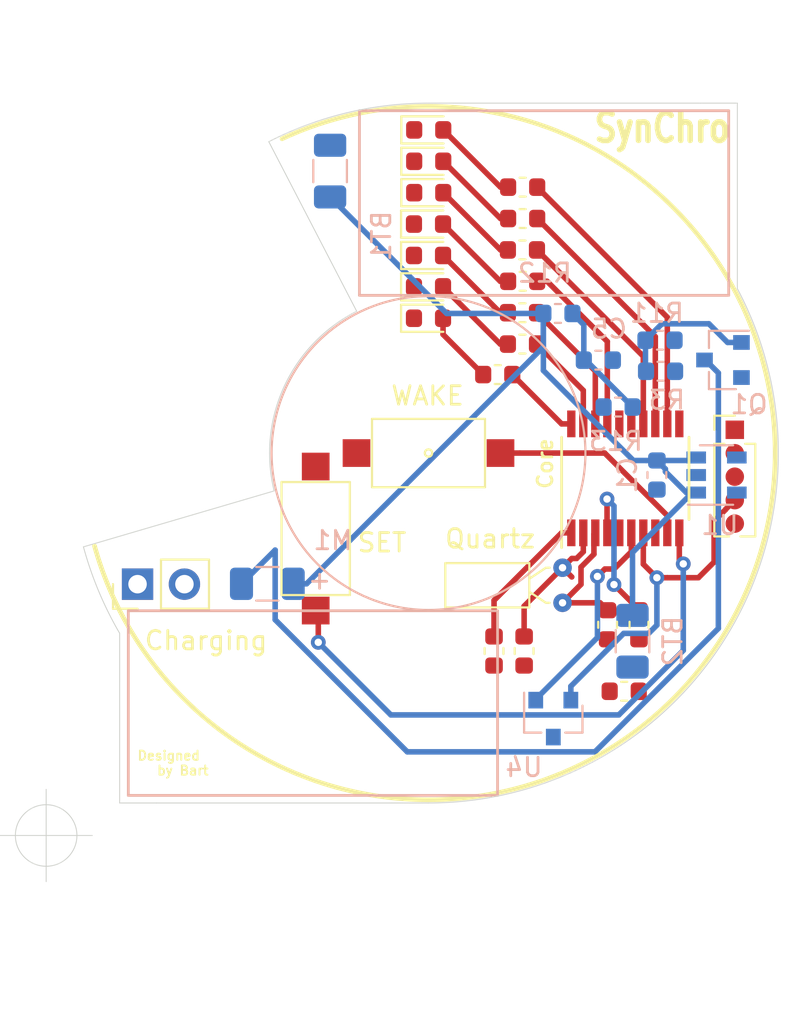
<source format=kicad_pcb>
(kicad_pcb (version 20171130) (host pcbnew "(5.1.4)-1")

  (general
    (thickness 1.6)
    (drawings 30)
    (tracks 130)
    (zones 0)
    (modules 37)
    (nets 29)
  )

  (page A4)
  (layers
    (0 F.Cu signal)
    (31 B.Cu signal)
    (32 B.Adhes user hide)
    (33 F.Adhes user hide)
    (34 B.Paste user)
    (35 F.Paste user)
    (36 B.SilkS user)
    (37 F.SilkS user)
    (38 B.Mask user)
    (39 F.Mask user)
    (40 Dwgs.User user)
    (41 Cmts.User user)
    (42 Eco1.User user)
    (43 Eco2.User user)
    (44 Edge.Cuts user)
    (45 Margin user)
    (46 B.CrtYd user)
    (47 F.CrtYd user)
    (48 B.Fab user hide)
    (49 F.Fab user hide)
  )

  (setup
    (last_trace_width 0.3)
    (user_trace_width 0.3)
    (trace_clearance 0.2)
    (zone_clearance 0.508)
    (zone_45_only no)
    (trace_min 0.2)
    (via_size 0.8)
    (via_drill 0.4)
    (via_min_size 0.4)
    (via_min_drill 0.3)
    (user_via 1.2 0.6)
    (user_via 1.8 0.3)
    (user_via 2 0.3)
    (user_via 3 0.8)
    (uvia_size 0.3)
    (uvia_drill 0.1)
    (uvias_allowed no)
    (uvia_min_size 0.2)
    (uvia_min_drill 0.1)
    (edge_width 0.05)
    (segment_width 0.2)
    (pcb_text_width 0.3)
    (pcb_text_size 1.5 1.5)
    (mod_edge_width 0.12)
    (mod_text_size 1 1)
    (mod_text_width 0.15)
    (pad_size 2 2)
    (pad_drill 0)
    (pad_to_mask_clearance 0.051)
    (solder_mask_min_width 0.25)
    (aux_axis_origin 0 0)
    (visible_elements 7FFFFFFF)
    (pcbplotparams
      (layerselection 0x010fc_ffffffff)
      (usegerberextensions false)
      (usegerberattributes false)
      (usegerberadvancedattributes false)
      (creategerberjobfile false)
      (excludeedgelayer true)
      (linewidth 0.100000)
      (plotframeref false)
      (viasonmask false)
      (mode 1)
      (useauxorigin false)
      (hpglpennumber 1)
      (hpglpenspeed 20)
      (hpglpendiameter 15.000000)
      (psnegative false)
      (psa4output false)
      (plotreference true)
      (plotvalue true)
      (plotinvisibletext false)
      (padsonsilk false)
      (subtractmaskfromsilk false)
      (outputformat 1)
      (mirror false)
      (drillshape 0)
      (scaleselection 1)
      (outputdirectory "output/v0.4/"))
  )

  (net 0 "")
  (net 1 GND)
  (net 2 +5V)
  (net 3 Vcc)
  (net 4 "Net-(C3-Pad1)")
  (net 5 "Net-(C4-Pad1)")
  (net 6 "Net-(D1-Pad2)")
  (net 7 "Net-(D2-Pad2)")
  (net 8 "Net-(D3-Pad2)")
  (net 9 "Net-(D4-Pad2)")
  (net 10 "Net-(D5-Pad2)")
  (net 11 "Net-(D6-Pad2)")
  (net 12 "Net-(D7-Pad2)")
  (net 13 "Net-(M1-Pad2)")
  (net 14 CLK)
  (net 15 RST)
  (net 16 "Net-(R2-Pad1)")
  (net 17 "Net-(R4-Pad2)")
  (net 18 "Net-(R5-Pad2)")
  (net 19 "Net-(R6-Pad2)")
  (net 20 "Net-(R7-Pad2)")
  (net 21 "Net-(R8-Pad2)")
  (net 22 "Net-(R9-Pad2)")
  (net 23 "Net-(R10-Pad2)")
  (net 24 "Net-(SW1-Pad1)")
  (net 25 "Net-(SW2-Pad1)")
  (net 26 DIO)
  (net 27 "Net-(Q1-Pad1)")
  (net 28 VBAT)

  (net_class Default "To jest domyślna klasa połączeń."
    (clearance 0.2)
    (trace_width 0.25)
    (via_dia 0.8)
    (via_drill 0.4)
    (uvia_dia 0.3)
    (uvia_drill 0.1)
    (add_net +5V)
    (add_net CLK)
    (add_net DIO)
    (add_net GND)
    (add_net "Net-(C3-Pad1)")
    (add_net "Net-(C4-Pad1)")
    (add_net "Net-(D1-Pad2)")
    (add_net "Net-(D2-Pad2)")
    (add_net "Net-(D3-Pad2)")
    (add_net "Net-(D4-Pad2)")
    (add_net "Net-(D5-Pad2)")
    (add_net "Net-(D6-Pad2)")
    (add_net "Net-(D7-Pad2)")
    (add_net "Net-(M1-Pad2)")
    (add_net "Net-(Q1-Pad1)")
    (add_net "Net-(R10-Pad2)")
    (add_net "Net-(R2-Pad1)")
    (add_net "Net-(R4-Pad2)")
    (add_net "Net-(R5-Pad2)")
    (add_net "Net-(R6-Pad2)")
    (add_net "Net-(R7-Pad2)")
    (add_net "Net-(R8-Pad2)")
    (add_net "Net-(R9-Pad2)")
    (add_net "Net-(SW1-Pad1)")
    (add_net "Net-(SW2-Pad1)")
    (add_net RST)
    (add_net VBAT)
    (add_net Vcc)
  )

  (module Connector_PinHeader_1.27mm:PinHeader_1x05_P1.27mm_Vertical (layer F.Cu) (tedit 5F201E88) (tstamp 5F20679D)
    (at 235.69 115.04)
    (descr "Through hole straight pin header, 1x05, 1.27mm pitch, single row")
    (tags "Through hole pin header THT 1x05 1.27mm single row")
    (path /5F25140E)
    (fp_text reference "  " (at -0.45 7.1) (layer F.SilkS)
      (effects (font (size 1 1) (thickness 0.15)))
    )
    (fp_text value Conn_01x05_Female (at 0 6.775) (layer F.Fab)
      (effects (font (size 1 1) (thickness 0.15)))
    )
    (fp_line (start -0.525 -0.635) (end 1.05 -0.635) (layer F.Fab) (width 0.1))
    (fp_line (start 1.05 -0.635) (end 1.05 5.715) (layer F.Fab) (width 0.1))
    (fp_line (start 1.05 5.715) (end -1.05 5.715) (layer F.Fab) (width 0.1))
    (fp_line (start -1.05 5.715) (end -1.05 -0.11) (layer F.Fab) (width 0.1))
    (fp_line (start -1.05 -0.11) (end -0.525 -0.635) (layer F.Fab) (width 0.1))
    (fp_line (start -1.11 5.775) (end -0.30753 5.775) (layer F.SilkS) (width 0.12))
    (fp_line (start 0.30753 5.775) (end 1.11 5.775) (layer F.SilkS) (width 0.12))
    (fp_line (start -1.11 0.76) (end -1.11 5.775) (layer F.SilkS) (width 0.12))
    (fp_line (start 1.11 0.76) (end 1.11 5.775) (layer F.SilkS) (width 0.12))
    (fp_line (start -1.11 0.76) (end -0.563471 0.76) (layer F.SilkS) (width 0.12))
    (fp_line (start 0.563471 0.76) (end 1.11 0.76) (layer F.SilkS) (width 0.12))
    (fp_line (start -1.11 0) (end -1.11 -0.76) (layer F.SilkS) (width 0.12))
    (fp_line (start -1.11 -0.76) (end 0 -0.76) (layer F.SilkS) (width 0.12))
    (fp_line (start -1.55 -1.15) (end -1.55 6.25) (layer F.CrtYd) (width 0.05))
    (fp_line (start -1.55 6.25) (end 1.55 6.25) (layer F.CrtYd) (width 0.05))
    (fp_line (start 1.55 6.25) (end 1.55 -1.15) (layer F.CrtYd) (width 0.05))
    (fp_line (start 1.55 -1.15) (end -1.55 -1.15) (layer F.CrtYd) (width 0.05))
    (fp_text user %R (at 0 2.54 90) (layer F.Fab)
      (effects (font (size 1 1) (thickness 0.15)))
    )
    (pad 1 smd rect (at 0 0) (size 1 1) (layers F.Cu F.Paste F.Mask)
      (net 3 Vcc))
    (pad 2 smd oval (at 0 1.27) (size 1 1) (layers F.Cu F.Paste F.Mask)
      (net 14 CLK))
    (pad 3 smd oval (at 0 2.54) (size 1 1) (layers F.Cu F.Paste F.Mask)
      (net 1 GND))
    (pad 4 smd oval (at 0 3.81) (size 1 1) (layers F.Cu F.Paste F.Mask)
      (net 26 DIO))
    (pad 5 smd oval (at 0 5.08) (size 1 1) (layers F.Cu F.Paste F.Mask)
      (net 15 RST))
    (model ${KISYS3DMOD}/Connector_PinHeader_1.27mm.3dshapes/PinHeader_1x05_P1.27mm_Vertical.wrl
      (at (xyz 0 0 0))
      (scale (xyz 1 1 1))
      (rotate (xyz 0 0 0))
    )
  )

  (module Crystal:Crystal_DS26_D2.0mm_L6.0mm_Horizontal (layer F.Cu) (tedit 5F1FFE79) (tstamp 5D72A3A2)
    (at 226.36 122.51 270)
    (descr "Crystal THT DS26 6.0mm length 2.0mm diameter http://www.microcrystal.com/images/_Product-Documentation/03_TF_metal_Packages/01_Datasheet/DS-Series.pdf")
    (tags ['DS26'])
    (path /5D5DC690)
    (fp_text reference Quartz (at -1.57 3.92) (layer F.SilkS)
      (effects (font (size 1 1) (thickness 0.15)))
    )
    (fp_text value 32.768 (at 3.47 1.625) (layer F.Fab)
      (effects (font (size 1 1) (thickness 0.15)))
    )
    (fp_text user %R (at 1 4.75) (layer F.Fab)
      (effects (font (size 0.7 0.7) (thickness 0.105)))
    )
    (fp_line (start -0.05 2) (end -0.05 6.096) (layer F.Fab) (width 0.1))
    (fp_line (start -0.05 6.096) (end 1.95 6.096) (layer F.Fab) (width 0.1))
    (fp_line (start 1.95 6.096) (end 1.95 2) (layer F.Fab) (width 0.1))
    (fp_line (start 1.95 2) (end -0.05 2) (layer F.Fab) (width 0.1))
    (fp_line (start 0.6 2) (end 0 1) (layer F.Fab) (width 0.1))
    (fp_line (start 0 1) (end 0 0) (layer F.Fab) (width 0.1))
    (fp_line (start 1.3 2) (end 1.9 1) (layer F.Fab) (width 0.1))
    (fp_line (start 1.9 1) (end 1.9 0) (layer F.Fab) (width 0.1))
    (fp_line (start -0.25 1.8) (end -0.25 6.35) (layer F.SilkS) (width 0.12))
    (fp_line (start -0.25 6.35) (end 2.15 6.35) (layer F.SilkS) (width 0.12))
    (fp_line (start 2.15 6.35) (end 2.15 1.8) (layer F.SilkS) (width 0.12))
    (fp_line (start 2.15 1.8) (end -0.25 1.8) (layer F.SilkS) (width 0.12))
    (fp_line (start 0.6 1.8) (end 0 0.9) (layer F.SilkS) (width 0.12))
    (fp_line (start 0 0.9) (end 0 0.7) (layer F.SilkS) (width 0.12))
    (fp_line (start 1.3 1.8) (end 1.9 0.9) (layer F.SilkS) (width 0.12))
    (fp_line (start 1.9 0.9) (end 1.9 0.7) (layer F.SilkS) (width 0.12))
    (fp_line (start -0.8 -0.8) (end -0.8 6.731) (layer F.CrtYd) (width 0.05))
    (fp_line (start -0.8 6.731) (end 2.7 6.731) (layer F.CrtYd) (width 0.05))
    (fp_line (start 2.7 6.731) (end 2.7 -0.8) (layer F.CrtYd) (width 0.05))
    (fp_line (start 2.7 -0.8) (end -0.8 -0.8) (layer F.CrtYd) (width 0.05))
    (pad 1 thru_hole circle (at 0 0 270) (size 1 1) (drill 0.4) (layers *.Cu *.Mask)
      (net 4 "Net-(C3-Pad1)"))
    (pad 2 thru_hole circle (at 1.9 0 270) (size 1 1) (drill 0.4) (layers *.Cu *.Mask)
      (net 5 "Net-(C4-Pad1)"))
    (model ${KISYS3DMOD}/Crystal.3dshapes/Crystal_DS26_D2.0mm_L6.0mm_Horizontal.wrl
      (at (xyz 0 0 0))
      (scale (xyz 1 1 1))
      (rotate (xyz 0 0 0))
    )
  )

  (module Button_Switch_SMD:SW_SPST_CK_RS282G05A3 (layer F.Cu) (tedit 5A7A67D2) (tstamp 5D719E0A)
    (at 219.1 116.3 180)
    (descr https://www.mouser.com/ds/2/60/RS-282G05A-SM_RT-1159762.pdf)
    (tags "SPST button tactile switch")
    (path /5D5F14F3)
    (attr smd)
    (fp_text reference WAKE (at 0.05 3.1) (layer F.SilkS)
      (effects (font (size 1 1) (thickness 0.15)))
    )
    (fp_text value WAKE (at 0 3) (layer F.Fab)
      (effects (font (size 1 1) (thickness 0.15)))
    )
    (fp_line (start 3 -1.8) (end 3 1.8) (layer F.Fab) (width 0.1))
    (fp_line (start -3 -1.8) (end -3 1.8) (layer F.Fab) (width 0.1))
    (fp_line (start -3 -1.8) (end 3 -1.8) (layer F.Fab) (width 0.1))
    (fp_line (start -3 1.8) (end 3 1.8) (layer F.Fab) (width 0.1))
    (fp_line (start -1.5 -0.8) (end -1.5 0.8) (layer F.Fab) (width 0.1))
    (fp_line (start 1.5 -0.8) (end 1.5 0.8) (layer F.Fab) (width 0.1))
    (fp_line (start -1.5 -0.8) (end 1.5 -0.8) (layer F.Fab) (width 0.1))
    (fp_line (start -1.5 0.8) (end 1.5 0.8) (layer F.Fab) (width 0.1))
    (fp_line (start -3.06 1.85) (end -3.06 -1.85) (layer F.SilkS) (width 0.12))
    (fp_line (start 3.06 1.85) (end -3.06 1.85) (layer F.SilkS) (width 0.12))
    (fp_line (start 3.06 -1.85) (end 3.06 1.85) (layer F.SilkS) (width 0.12))
    (fp_line (start -3.06 -1.85) (end 3.06 -1.85) (layer F.SilkS) (width 0.12))
    (fp_line (start -1.75 1) (end -1.75 -1) (layer F.Fab) (width 0.1))
    (fp_line (start 1.75 1) (end -1.75 1) (layer F.Fab) (width 0.1))
    (fp_line (start 1.75 -1) (end 1.75 1) (layer F.Fab) (width 0.1))
    (fp_line (start -1.75 -1) (end 1.75 -1) (layer F.Fab) (width 0.1))
    (fp_text user %R (at 0 -2.6) (layer F.Fab)
      (effects (font (size 1 1) (thickness 0.15)))
    )
    (fp_line (start -4.9 -2.05) (end 4.9 -2.05) (layer F.CrtYd) (width 0.05))
    (fp_line (start 4.9 -2.05) (end 4.9 2.05) (layer F.CrtYd) (width 0.05))
    (fp_line (start 4.9 2.05) (end -4.9 2.05) (layer F.CrtYd) (width 0.05))
    (fp_line (start -4.9 2.05) (end -4.9 -2.05) (layer F.CrtYd) (width 0.05))
    (pad 2 smd rect (at 3.9 0 180) (size 1.5 1.5) (layers F.Cu F.Paste F.Mask)
      (net 1 GND))
    (pad 1 smd rect (at -3.9 0 180) (size 1.5 1.5) (layers F.Cu F.Paste F.Mask)
      (net 24 "Net-(SW1-Pad1)"))
    (model ${KISYS3DMOD}/Button_Switch_SMD.3dshapes/SW_SPST_CK_RS282G05A3.wrl
      (at (xyz 0 0 0))
      (scale (xyz 1 1 1))
      (rotate (xyz 0 0 0))
    )
  )

  (module LED_SMD:LED_0603_1608Metric (layer F.Cu) (tedit 5B301BBE) (tstamp 5D719DF8)
    (at 219.1 103.9)
    (descr "LED SMD 0603 (1608 Metric), square (rectangular) end terminal, IPC_7351 nominal, (Body size source: http://www.tortai-tech.com/upload/download/2011102023233369053.pdf), generated with kicad-footprint-generator")
    (tags diode)
    (path /5D60484A)
    (attr smd)
    (fp_text reference D4 (at -3.4125 0.1) (layer F.SilkS) hide
      (effects (font (size 1 1) (thickness 0.15)))
    )
    (fp_text value LED3 (at -4.7375 2.725) (layer F.Fab)
      (effects (font (size 1 1) (thickness 0.15)))
    )
    (fp_line (start 0.8 -0.4) (end -0.5 -0.4) (layer F.Fab) (width 0.1))
    (fp_line (start -0.5 -0.4) (end -0.8 -0.1) (layer F.Fab) (width 0.1))
    (fp_line (start -0.8 -0.1) (end -0.8 0.4) (layer F.Fab) (width 0.1))
    (fp_line (start -0.8 0.4) (end 0.8 0.4) (layer F.Fab) (width 0.1))
    (fp_line (start 0.8 0.4) (end 0.8 -0.4) (layer F.Fab) (width 0.1))
    (fp_line (start 0.8 -0.735) (end -1.485 -0.735) (layer F.SilkS) (width 0.12))
    (fp_line (start -1.485 -0.735) (end -1.485 0.735) (layer F.SilkS) (width 0.12))
    (fp_line (start -1.485 0.735) (end 0.8 0.735) (layer F.SilkS) (width 0.12))
    (fp_line (start -1.48 0.73) (end -1.48 -0.73) (layer F.CrtYd) (width 0.05))
    (fp_line (start -1.48 -0.73) (end 1.48 -0.73) (layer F.CrtYd) (width 0.05))
    (fp_line (start 1.48 -0.73) (end 1.48 0.73) (layer F.CrtYd) (width 0.05))
    (fp_line (start 1.48 0.73) (end -1.48 0.73) (layer F.CrtYd) (width 0.05))
    (fp_text user %R (at 0 0) (layer F.Fab)
      (effects (font (size 0.4 0.4) (thickness 0.06)))
    )
    (pad 1 smd roundrect (at -0.7875 0) (size 0.875 0.95) (layers F.Cu F.Paste F.Mask) (roundrect_rratio 0.25)
      (net 1 GND))
    (pad 2 smd roundrect (at 0.7875 0) (size 0.875 0.95) (layers F.Cu F.Paste F.Mask) (roundrect_rratio 0.25)
      (net 9 "Net-(D4-Pad2)"))
    (model ${KISYS3DMOD}/LED_SMD.3dshapes/LED_0603_1608Metric.wrl
      (at (xyz 0 0 0))
      (scale (xyz 1 1 1))
      (rotate (xyz 0 0 0))
    )
  )

  (module Resistor_SMD:R_0603_1608Metric (layer F.Cu) (tedit 5B301BBD) (tstamp 5D719DE7)
    (at 224.2 107)
    (descr "Resistor SMD 0603 (1608 Metric), square (rectangular) end terminal, IPC_7351 nominal, (Body size source: http://www.tortai-tech.com/upload/download/2011102023233369053.pdf), generated with kicad-footprint-generator")
    (tags resistor)
    (path /5D61B052)
    (attr smd)
    (fp_text reference R7 (at 3.1125 0) (layer F.SilkS) hide
      (effects (font (size 1 1) (thickness 0.15)))
    )
    (fp_text value 1k (at 0.6125 -19.2) (layer F.Fab)
      (effects (font (size 1 1) (thickness 0.15)))
    )
    (fp_line (start -0.8 0.4) (end -0.8 -0.4) (layer F.Fab) (width 0.1))
    (fp_line (start -0.8 -0.4) (end 0.8 -0.4) (layer F.Fab) (width 0.1))
    (fp_line (start 0.8 -0.4) (end 0.8 0.4) (layer F.Fab) (width 0.1))
    (fp_line (start 0.8 0.4) (end -0.8 0.4) (layer F.Fab) (width 0.1))
    (fp_line (start -0.162779 -0.51) (end 0.162779 -0.51) (layer F.SilkS) (width 0.12))
    (fp_line (start -0.162779 0.51) (end 0.162779 0.51) (layer F.SilkS) (width 0.12))
    (fp_line (start -1.48 0.73) (end -1.48 -0.73) (layer F.CrtYd) (width 0.05))
    (fp_line (start -1.48 -0.73) (end 1.48 -0.73) (layer F.CrtYd) (width 0.05))
    (fp_line (start 1.48 -0.73) (end 1.48 0.73) (layer F.CrtYd) (width 0.05))
    (fp_line (start 1.48 0.73) (end -1.48 0.73) (layer F.CrtYd) (width 0.05))
    (fp_text user %R (at 0 0) (layer F.Fab)
      (effects (font (size 0.4 0.4) (thickness 0.06)))
    )
    (pad 1 smd roundrect (at -0.7875 0) (size 0.875 0.95) (layers F.Cu F.Paste F.Mask) (roundrect_rratio 0.25)
      (net 9 "Net-(D4-Pad2)"))
    (pad 2 smd roundrect (at 0.7875 0) (size 0.875 0.95) (layers F.Cu F.Paste F.Mask) (roundrect_rratio 0.25)
      (net 20 "Net-(R7-Pad2)"))
    (model ${KISYS3DMOD}/Resistor_SMD.3dshapes/R_0603_1608Metric.wrl
      (at (xyz 0 0 0))
      (scale (xyz 1 1 1))
      (rotate (xyz 0 0 0))
    )
  )

  (module Resistor_SMD:R_0603_1608Metric (layer F.Cu) (tedit 5B301BBD) (tstamp 5F2060E3)
    (at 224.2 101.9)
    (descr "Resistor SMD 0603 (1608 Metric), square (rectangular) end terminal, IPC_7351 nominal, (Body size source: http://www.tortai-tech.com/upload/download/2011102023233369053.pdf), generated with kicad-footprint-generator")
    (tags resistor)
    (path /5D61728B)
    (attr smd)
    (fp_text reference R4 (at 3.0125 0.9) (layer F.SilkS) hide
      (effects (font (size 1 1) (thickness 0.15)))
    )
    (fp_text value 1k (at -4.9875 -11.1) (layer F.Fab)
      (effects (font (size 1 1) (thickness 0.15)))
    )
    (fp_text user %R (at 0 0) (layer F.Fab)
      (effects (font (size 0.4 0.4) (thickness 0.06)))
    )
    (fp_line (start 1.48 0.73) (end -1.48 0.73) (layer F.CrtYd) (width 0.05))
    (fp_line (start 1.48 -0.73) (end 1.48 0.73) (layer F.CrtYd) (width 0.05))
    (fp_line (start -1.48 -0.73) (end 1.48 -0.73) (layer F.CrtYd) (width 0.05))
    (fp_line (start -1.48 0.73) (end -1.48 -0.73) (layer F.CrtYd) (width 0.05))
    (fp_line (start -0.162779 0.51) (end 0.162779 0.51) (layer F.SilkS) (width 0.12))
    (fp_line (start -0.162779 -0.51) (end 0.162779 -0.51) (layer F.SilkS) (width 0.12))
    (fp_line (start 0.8 0.4) (end -0.8 0.4) (layer F.Fab) (width 0.1))
    (fp_line (start 0.8 -0.4) (end 0.8 0.4) (layer F.Fab) (width 0.1))
    (fp_line (start -0.8 -0.4) (end 0.8 -0.4) (layer F.Fab) (width 0.1))
    (fp_line (start -0.8 0.4) (end -0.8 -0.4) (layer F.Fab) (width 0.1))
    (pad 2 smd roundrect (at 0.7875 0) (size 0.875 0.95) (layers F.Cu F.Paste F.Mask) (roundrect_rratio 0.25)
      (net 17 "Net-(R4-Pad2)"))
    (pad 1 smd roundrect (at -0.7875 0) (size 0.875 0.95) (layers F.Cu F.Paste F.Mask) (roundrect_rratio 0.25)
      (net 6 "Net-(D1-Pad2)"))
    (model ${KISYS3DMOD}/Resistor_SMD.3dshapes/R_0603_1608Metric.wrl
      (at (xyz 0 0 0))
      (scale (xyz 1 1 1))
      (rotate (xyz 0 0 0))
    )
  )

  (module Resistor_SMD:R_0603_1608Metric (layer F.Cu) (tedit 5B301BBD) (tstamp 5D719DC6)
    (at 224.1875 110.4)
    (descr "Resistor SMD 0603 (1608 Metric), square (rectangular) end terminal, IPC_7351 nominal, (Body size source: http://www.tortai-tech.com/upload/download/2011102023233369053.pdf), generated with kicad-footprint-generator")
    (tags resistor)
    (path /5D61C420)
    (attr smd)
    (fp_text reference R9 (at 2.9125 0.2) (layer F.SilkS) hide
      (effects (font (size 1 1) (thickness 0.15)))
    )
    (fp_text value 1k (at 0.3875 -18) (layer F.Fab)
      (effects (font (size 1 1) (thickness 0.15)))
    )
    (fp_text user %R (at 0 0) (layer F.Fab)
      (effects (font (size 0.4 0.4) (thickness 0.06)))
    )
    (fp_line (start 1.48 0.73) (end -1.48 0.73) (layer F.CrtYd) (width 0.05))
    (fp_line (start 1.48 -0.73) (end 1.48 0.73) (layer F.CrtYd) (width 0.05))
    (fp_line (start -1.48 -0.73) (end 1.48 -0.73) (layer F.CrtYd) (width 0.05))
    (fp_line (start -1.48 0.73) (end -1.48 -0.73) (layer F.CrtYd) (width 0.05))
    (fp_line (start -0.162779 0.51) (end 0.162779 0.51) (layer F.SilkS) (width 0.12))
    (fp_line (start -0.162779 -0.51) (end 0.162779 -0.51) (layer F.SilkS) (width 0.12))
    (fp_line (start 0.8 0.4) (end -0.8 0.4) (layer F.Fab) (width 0.1))
    (fp_line (start 0.8 -0.4) (end 0.8 0.4) (layer F.Fab) (width 0.1))
    (fp_line (start -0.8 -0.4) (end 0.8 -0.4) (layer F.Fab) (width 0.1))
    (fp_line (start -0.8 0.4) (end -0.8 -0.4) (layer F.Fab) (width 0.1))
    (pad 2 smd roundrect (at 0.7875 0) (size 0.875 0.95) (layers F.Cu F.Paste F.Mask) (roundrect_rratio 0.25)
      (net 22 "Net-(R9-Pad2)"))
    (pad 1 smd roundrect (at -0.7875 0) (size 0.875 0.95) (layers F.Cu F.Paste F.Mask) (roundrect_rratio 0.25)
      (net 11 "Net-(D6-Pad2)"))
    (model ${KISYS3DMOD}/Resistor_SMD.3dshapes/R_0603_1608Metric.wrl
      (at (xyz 0 0 0))
      (scale (xyz 1 1 1))
      (rotate (xyz 0 0 0))
    )
  )

  (module LED_SMD:LED_0603_1608Metric (layer F.Cu) (tedit 5B301BBE) (tstamp 5D719DB4)
    (at 219.1 107.3)
    (descr "LED SMD 0603 (1608 Metric), square (rectangular) end terminal, IPC_7351 nominal, (Body size source: http://www.tortai-tech.com/upload/download/2011102023233369053.pdf), generated with kicad-footprint-generator")
    (tags diode)
    (path /5D604DB4)
    (attr smd)
    (fp_text reference D6 (at -3.6125 0.1) (layer F.SilkS) hide
      (effects (font (size 1 1) (thickness 0.15)))
    )
    (fp_text value LED5 (at -4.7875 3.975) (layer F.Fab)
      (effects (font (size 1 1) (thickness 0.15)))
    )
    (fp_line (start 0.8 -0.4) (end -0.5 -0.4) (layer F.Fab) (width 0.1))
    (fp_line (start -0.5 -0.4) (end -0.8 -0.1) (layer F.Fab) (width 0.1))
    (fp_line (start -0.8 -0.1) (end -0.8 0.4) (layer F.Fab) (width 0.1))
    (fp_line (start -0.8 0.4) (end 0.8 0.4) (layer F.Fab) (width 0.1))
    (fp_line (start 0.8 0.4) (end 0.8 -0.4) (layer F.Fab) (width 0.1))
    (fp_line (start 0.8 -0.735) (end -1.485 -0.735) (layer F.SilkS) (width 0.12))
    (fp_line (start -1.485 -0.735) (end -1.485 0.735) (layer F.SilkS) (width 0.12))
    (fp_line (start -1.485 0.735) (end 0.8 0.735) (layer F.SilkS) (width 0.12))
    (fp_line (start -1.48 0.73) (end -1.48 -0.73) (layer F.CrtYd) (width 0.05))
    (fp_line (start -1.48 -0.73) (end 1.48 -0.73) (layer F.CrtYd) (width 0.05))
    (fp_line (start 1.48 -0.73) (end 1.48 0.73) (layer F.CrtYd) (width 0.05))
    (fp_line (start 1.48 0.73) (end -1.48 0.73) (layer F.CrtYd) (width 0.05))
    (fp_text user %R (at 0 0) (layer F.Fab)
      (effects (font (size 0.4 0.4) (thickness 0.06)))
    )
    (pad 1 smd roundrect (at -0.7875 0) (size 0.875 0.95) (layers F.Cu F.Paste F.Mask) (roundrect_rratio 0.25)
      (net 1 GND))
    (pad 2 smd roundrect (at 0.7875 0) (size 0.875 0.95) (layers F.Cu F.Paste F.Mask) (roundrect_rratio 0.25)
      (net 11 "Net-(D6-Pad2)"))
    (model ${KISYS3DMOD}/LED_SMD.3dshapes/LED_0603_1608Metric.wrl
      (at (xyz 0 0 0))
      (scale (xyz 1 1 1))
      (rotate (xyz 0 0 0))
    )
  )

  (module Resistor_SMD:R_0603_1608Metric (layer F.Cu) (tedit 5B301BBD) (tstamp 5D719DA4)
    (at 230.5 125.6 90)
    (descr "Resistor SMD 0603 (1608 Metric), square (rectangular) end terminal, IPC_7351 nominal, (Body size source: http://www.tortai-tech.com/upload/download/2011102023233369053.pdf), generated with kicad-footprint-generator")
    (tags resistor)
    (path /5D5E07D5)
    (attr smd)
    (fp_text reference R1 (at -2.25 0.5 180) (layer F.SilkS) hide
      (effects (font (size 1 1) (thickness 0.15)))
    )
    (fp_text value 10k (at 0 1.43 90) (layer F.Fab)
      (effects (font (size 1 1) (thickness 0.15)))
    )
    (fp_line (start -0.8 0.4) (end -0.8 -0.4) (layer F.Fab) (width 0.1))
    (fp_line (start -0.8 -0.4) (end 0.8 -0.4) (layer F.Fab) (width 0.1))
    (fp_line (start 0.8 -0.4) (end 0.8 0.4) (layer F.Fab) (width 0.1))
    (fp_line (start 0.8 0.4) (end -0.8 0.4) (layer F.Fab) (width 0.1))
    (fp_line (start -0.162779 -0.51) (end 0.162779 -0.51) (layer F.SilkS) (width 0.12))
    (fp_line (start -0.162779 0.51) (end 0.162779 0.51) (layer F.SilkS) (width 0.12))
    (fp_line (start -1.48 0.73) (end -1.48 -0.73) (layer F.CrtYd) (width 0.05))
    (fp_line (start -1.48 -0.73) (end 1.48 -0.73) (layer F.CrtYd) (width 0.05))
    (fp_line (start 1.48 -0.73) (end 1.48 0.73) (layer F.CrtYd) (width 0.05))
    (fp_line (start 1.48 0.73) (end -1.48 0.73) (layer F.CrtYd) (width 0.05))
    (fp_text user %R (at 0 0 90) (layer F.Fab)
      (effects (font (size 0.4 0.4) (thickness 0.06)))
    )
    (pad 1 smd roundrect (at -0.7875 0 90) (size 0.875 0.95) (layers F.Cu F.Paste F.Mask) (roundrect_rratio 0.25)
      (net 3 Vcc))
    (pad 2 smd roundrect (at 0.7875 0 90) (size 0.875 0.95) (layers F.Cu F.Paste F.Mask) (roundrect_rratio 0.25)
      (net 15 RST))
    (model ${KISYS3DMOD}/Resistor_SMD.3dshapes/R_0603_1608Metric.wrl
      (at (xyz 0 0 0))
      (scale (xyz 1 1 1))
      (rotate (xyz 0 0 0))
    )
  )

  (module Resistor_SMD:R_0603_1608Metric (layer F.Cu) (tedit 5B301BBD) (tstamp 5D71F76B)
    (at 224.1875 105.3)
    (descr "Resistor SMD 0603 (1608 Metric), square (rectangular) end terminal, IPC_7351 nominal, (Body size source: http://www.tortai-tech.com/upload/download/2011102023233369053.pdf), generated with kicad-footprint-generator")
    (tags resistor)
    (path /5D61A6B6)
    (attr smd)
    (fp_text reference R6 (at 3.1125 0.2) (layer F.SilkS) hide
      (effects (font (size 1 1) (thickness 0.15)))
    )
    (fp_text value 1k (at -5.4125 -9.8) (layer F.Fab)
      (effects (font (size 1 1) (thickness 0.15)))
    )
    (fp_text user %R (at 0 0) (layer F.Fab)
      (effects (font (size 0.4 0.4) (thickness 0.06)))
    )
    (fp_line (start 1.48 0.73) (end -1.48 0.73) (layer F.CrtYd) (width 0.05))
    (fp_line (start 1.48 -0.73) (end 1.48 0.73) (layer F.CrtYd) (width 0.05))
    (fp_line (start -1.48 -0.73) (end 1.48 -0.73) (layer F.CrtYd) (width 0.05))
    (fp_line (start -1.48 0.73) (end -1.48 -0.73) (layer F.CrtYd) (width 0.05))
    (fp_line (start -0.162779 0.51) (end 0.162779 0.51) (layer F.SilkS) (width 0.12))
    (fp_line (start -0.162779 -0.51) (end 0.162779 -0.51) (layer F.SilkS) (width 0.12))
    (fp_line (start 0.8 0.4) (end -0.8 0.4) (layer F.Fab) (width 0.1))
    (fp_line (start 0.8 -0.4) (end 0.8 0.4) (layer F.Fab) (width 0.1))
    (fp_line (start -0.8 -0.4) (end 0.8 -0.4) (layer F.Fab) (width 0.1))
    (fp_line (start -0.8 0.4) (end -0.8 -0.4) (layer F.Fab) (width 0.1))
    (pad 2 smd roundrect (at 0.7875 0) (size 0.875 0.95) (layers F.Cu F.Paste F.Mask) (roundrect_rratio 0.25)
      (net 19 "Net-(R6-Pad2)"))
    (pad 1 smd roundrect (at -0.7875 0) (size 0.875 0.95) (layers F.Cu F.Paste F.Mask) (roundrect_rratio 0.25)
      (net 8 "Net-(D3-Pad2)"))
    (model ${KISYS3DMOD}/Resistor_SMD.3dshapes/R_0603_1608Metric.wrl
      (at (xyz 0 0 0))
      (scale (xyz 1 1 1))
      (rotate (xyz 0 0 0))
    )
  )

  (module LED_SMD:LED_0603_1608Metric (layer F.Cu) (tedit 5B301BBE) (tstamp 5D719D82)
    (at 219.1125 102.2)
    (descr "LED SMD 0603 (1608 Metric), square (rectangular) end terminal, IPC_7351 nominal, (Body size source: http://www.tortai-tech.com/upload/download/2011102023233369053.pdf), generated with kicad-footprint-generator")
    (tags diode)
    (path /5D6042BF)
    (attr smd)
    (fp_text reference D3 (at -3.4125 0) (layer F.SilkS) hide
      (effects (font (size 1 1) (thickness 0.15)))
    )
    (fp_text value LED2 (at -4.5625 1.85) (layer F.Fab)
      (effects (font (size 1 1) (thickness 0.15)))
    )
    (fp_text user %R (at 0 0) (layer F.Fab)
      (effects (font (size 0.4 0.4) (thickness 0.06)))
    )
    (fp_line (start 1.48 0.73) (end -1.48 0.73) (layer F.CrtYd) (width 0.05))
    (fp_line (start 1.48 -0.73) (end 1.48 0.73) (layer F.CrtYd) (width 0.05))
    (fp_line (start -1.48 -0.73) (end 1.48 -0.73) (layer F.CrtYd) (width 0.05))
    (fp_line (start -1.48 0.73) (end -1.48 -0.73) (layer F.CrtYd) (width 0.05))
    (fp_line (start -1.485 0.735) (end 0.8 0.735) (layer F.SilkS) (width 0.12))
    (fp_line (start -1.485 -0.735) (end -1.485 0.735) (layer F.SilkS) (width 0.12))
    (fp_line (start 0.8 -0.735) (end -1.485 -0.735) (layer F.SilkS) (width 0.12))
    (fp_line (start 0.8 0.4) (end 0.8 -0.4) (layer F.Fab) (width 0.1))
    (fp_line (start -0.8 0.4) (end 0.8 0.4) (layer F.Fab) (width 0.1))
    (fp_line (start -0.8 -0.1) (end -0.8 0.4) (layer F.Fab) (width 0.1))
    (fp_line (start -0.5 -0.4) (end -0.8 -0.1) (layer F.Fab) (width 0.1))
    (fp_line (start 0.8 -0.4) (end -0.5 -0.4) (layer F.Fab) (width 0.1))
    (pad 2 smd roundrect (at 0.7875 0) (size 0.875 0.95) (layers F.Cu F.Paste F.Mask) (roundrect_rratio 0.25)
      (net 8 "Net-(D3-Pad2)"))
    (pad 1 smd roundrect (at -0.7875 0) (size 0.875 0.95) (layers F.Cu F.Paste F.Mask) (roundrect_rratio 0.25)
      (net 1 GND))
    (model ${KISYS3DMOD}/LED_SMD.3dshapes/LED_0603_1608Metric.wrl
      (at (xyz 0 0 0))
      (scale (xyz 1 1 1))
      (rotate (xyz 0 0 0))
    )
  )

  (module LED_SMD:LED_0603_1608Metric (layer F.Cu) (tedit 5B301BBE) (tstamp 5D719D58)
    (at 219.1 105.6)
    (descr "LED SMD 0603 (1608 Metric), square (rectangular) end terminal, IPC_7351 nominal, (Body size source: http://www.tortai-tech.com/upload/download/2011102023233369053.pdf), generated with kicad-footprint-generator")
    (tags diode)
    (path /5D604BF8)
    (attr smd)
    (fp_text reference D5 (at -3.6125 0.1) (layer F.SilkS) hide
      (effects (font (size 1 1) (thickness 0.15)))
    )
    (fp_text value LED4 (at -4.55 3.45) (layer F.Fab)
      (effects (font (size 1 1) (thickness 0.15)))
    )
    (fp_text user %R (at 0 0) (layer F.Fab)
      (effects (font (size 0.4 0.4) (thickness 0.06)))
    )
    (fp_line (start 1.48 0.73) (end -1.48 0.73) (layer F.CrtYd) (width 0.05))
    (fp_line (start 1.48 -0.73) (end 1.48 0.73) (layer F.CrtYd) (width 0.05))
    (fp_line (start -1.48 -0.73) (end 1.48 -0.73) (layer F.CrtYd) (width 0.05))
    (fp_line (start -1.48 0.73) (end -1.48 -0.73) (layer F.CrtYd) (width 0.05))
    (fp_line (start -1.485 0.735) (end 0.8 0.735) (layer F.SilkS) (width 0.12))
    (fp_line (start -1.485 -0.735) (end -1.485 0.735) (layer F.SilkS) (width 0.12))
    (fp_line (start 0.8 -0.735) (end -1.485 -0.735) (layer F.SilkS) (width 0.12))
    (fp_line (start 0.8 0.4) (end 0.8 -0.4) (layer F.Fab) (width 0.1))
    (fp_line (start -0.8 0.4) (end 0.8 0.4) (layer F.Fab) (width 0.1))
    (fp_line (start -0.8 -0.1) (end -0.8 0.4) (layer F.Fab) (width 0.1))
    (fp_line (start -0.5 -0.4) (end -0.8 -0.1) (layer F.Fab) (width 0.1))
    (fp_line (start 0.8 -0.4) (end -0.5 -0.4) (layer F.Fab) (width 0.1))
    (pad 2 smd roundrect (at 0.7875 0) (size 0.875 0.95) (layers F.Cu F.Paste F.Mask) (roundrect_rratio 0.25)
      (net 10 "Net-(D5-Pad2)"))
    (pad 1 smd roundrect (at -0.7875 0) (size 0.875 0.95) (layers F.Cu F.Paste F.Mask) (roundrect_rratio 0.25)
      (net 1 GND))
    (model ${KISYS3DMOD}/LED_SMD.3dshapes/LED_0603_1608Metric.wrl
      (at (xyz 0 0 0))
      (scale (xyz 1 1 1))
      (rotate (xyz 0 0 0))
    )
  )

  (module Resistor_SMD:R_0603_1608Metric (layer F.Cu) (tedit 5B301BBD) (tstamp 5D719D38)
    (at 224.2 103.6)
    (descr "Resistor SMD 0603 (1608 Metric), square (rectangular) end terminal, IPC_7351 nominal, (Body size source: http://www.tortai-tech.com/upload/download/2011102023233369053.pdf), generated with kicad-footprint-generator")
    (tags resistor)
    (path /5D619D31)
    (attr smd)
    (fp_text reference R5 (at 3.0125 0.8) (layer F.SilkS) hide
      (effects (font (size 1 1) (thickness 0.15)))
    )
    (fp_text value 1k (at -5.2125 -10.7) (layer F.Fab)
      (effects (font (size 1 1) (thickness 0.15)))
    )
    (fp_line (start -0.8 0.4) (end -0.8 -0.4) (layer F.Fab) (width 0.1))
    (fp_line (start -0.8 -0.4) (end 0.8 -0.4) (layer F.Fab) (width 0.1))
    (fp_line (start 0.8 -0.4) (end 0.8 0.4) (layer F.Fab) (width 0.1))
    (fp_line (start 0.8 0.4) (end -0.8 0.4) (layer F.Fab) (width 0.1))
    (fp_line (start -0.162779 -0.51) (end 0.162779 -0.51) (layer F.SilkS) (width 0.12))
    (fp_line (start -0.162779 0.51) (end 0.162779 0.51) (layer F.SilkS) (width 0.12))
    (fp_line (start -1.48 0.73) (end -1.48 -0.73) (layer F.CrtYd) (width 0.05))
    (fp_line (start -1.48 -0.73) (end 1.48 -0.73) (layer F.CrtYd) (width 0.05))
    (fp_line (start 1.48 -0.73) (end 1.48 0.73) (layer F.CrtYd) (width 0.05))
    (fp_line (start 1.48 0.73) (end -1.48 0.73) (layer F.CrtYd) (width 0.05))
    (fp_text user %R (at 0 0) (layer F.Fab)
      (effects (font (size 0.4 0.4) (thickness 0.06)))
    )
    (pad 1 smd roundrect (at -0.7875 0) (size 0.875 0.95) (layers F.Cu F.Paste F.Mask) (roundrect_rratio 0.25)
      (net 7 "Net-(D2-Pad2)"))
    (pad 2 smd roundrect (at 0.7875 0) (size 0.875 0.95) (layers F.Cu F.Paste F.Mask) (roundrect_rratio 0.25)
      (net 18 "Net-(R5-Pad2)"))
    (model ${KISYS3DMOD}/Resistor_SMD.3dshapes/R_0603_1608Metric.wrl
      (at (xyz 0 0 0))
      (scale (xyz 1 1 1))
      (rotate (xyz 0 0 0))
    )
  )

  (module LED_SMD:LED_0603_1608Metric (layer F.Cu) (tedit 5B301BBE) (tstamp 5D719D25)
    (at 219.1125 100.5)
    (descr "LED SMD 0603 (1608 Metric), square (rectangular) end terminal, IPC_7351 nominal, (Body size source: http://www.tortai-tech.com/upload/download/2011102023233369053.pdf), generated with kicad-footprint-generator")
    (tags diode)
    (path /5D603E47)
    (attr smd)
    (fp_text reference D2 (at -3.5125 0) (layer F.SilkS) hide
      (effects (font (size 1 1) (thickness 0.15)))
    )
    (fp_text value LED1 (at -4.8125 0.85) (layer F.Fab)
      (effects (font (size 1 1) (thickness 0.15)))
    )
    (fp_line (start 0.8 -0.4) (end -0.5 -0.4) (layer F.Fab) (width 0.1))
    (fp_line (start -0.5 -0.4) (end -0.8 -0.1) (layer F.Fab) (width 0.1))
    (fp_line (start -0.8 -0.1) (end -0.8 0.4) (layer F.Fab) (width 0.1))
    (fp_line (start -0.8 0.4) (end 0.8 0.4) (layer F.Fab) (width 0.1))
    (fp_line (start 0.8 0.4) (end 0.8 -0.4) (layer F.Fab) (width 0.1))
    (fp_line (start 0.8 -0.735) (end -1.485 -0.735) (layer F.SilkS) (width 0.12))
    (fp_line (start -1.485 -0.735) (end -1.485 0.735) (layer F.SilkS) (width 0.12))
    (fp_line (start -1.485 0.735) (end 0.8 0.735) (layer F.SilkS) (width 0.12))
    (fp_line (start -1.48 0.73) (end -1.48 -0.73) (layer F.CrtYd) (width 0.05))
    (fp_line (start -1.48 -0.73) (end 1.48 -0.73) (layer F.CrtYd) (width 0.05))
    (fp_line (start 1.48 -0.73) (end 1.48 0.73) (layer F.CrtYd) (width 0.05))
    (fp_line (start 1.48 0.73) (end -1.48 0.73) (layer F.CrtYd) (width 0.05))
    (fp_text user %R (at 0 0) (layer F.Fab)
      (effects (font (size 0.4 0.4) (thickness 0.06)))
    )
    (pad 1 smd roundrect (at -0.7875 0) (size 0.875 0.95) (layers F.Cu F.Paste F.Mask) (roundrect_rratio 0.25)
      (net 1 GND))
    (pad 2 smd roundrect (at 0.7875 0) (size 0.875 0.95) (layers F.Cu F.Paste F.Mask) (roundrect_rratio 0.25)
      (net 7 "Net-(D2-Pad2)"))
    (model ${KISYS3DMOD}/LED_SMD.3dshapes/LED_0603_1608Metric.wrl
      (at (xyz 0 0 0))
      (scale (xyz 1 1 1))
      (rotate (xyz 0 0 0))
    )
  )

  (module Resistor_SMD:R_0603_1608Metric (layer F.Cu) (tedit 5B301BBD) (tstamp 5D72AA2D)
    (at 222.65 127.02 270)
    (descr "Resistor SMD 0603 (1608 Metric), square (rectangular) end terminal, IPC_7351 nominal, (Body size source: http://www.tortai-tech.com/upload/download/2011102023233369053.pdf), generated with kicad-footprint-generator")
    (tags resistor)
    (path /5D5E0BFF)
    (attr smd)
    (fp_text reference R2 (at 2.45 0.8 180) (layer F.SilkS) hide
      (effects (font (size 1 1) (thickness 0.15)))
    )
    (fp_text value 10k (at 4.3625 0.1 180) (layer F.Fab)
      (effects (font (size 1 1) (thickness 0.15)))
    )
    (fp_text user %R (at 0 0 90) (layer F.Fab)
      (effects (font (size 0.4 0.4) (thickness 0.06)))
    )
    (fp_line (start 1.48 0.73) (end -1.48 0.73) (layer F.CrtYd) (width 0.05))
    (fp_line (start 1.48 -0.73) (end 1.48 0.73) (layer F.CrtYd) (width 0.05))
    (fp_line (start -1.48 -0.73) (end 1.48 -0.73) (layer F.CrtYd) (width 0.05))
    (fp_line (start -1.48 0.73) (end -1.48 -0.73) (layer F.CrtYd) (width 0.05))
    (fp_line (start -0.162779 0.51) (end 0.162779 0.51) (layer F.SilkS) (width 0.12))
    (fp_line (start -0.162779 -0.51) (end 0.162779 -0.51) (layer F.SilkS) (width 0.12))
    (fp_line (start 0.8 0.4) (end -0.8 0.4) (layer F.Fab) (width 0.1))
    (fp_line (start 0.8 -0.4) (end 0.8 0.4) (layer F.Fab) (width 0.1))
    (fp_line (start -0.8 -0.4) (end 0.8 -0.4) (layer F.Fab) (width 0.1))
    (fp_line (start -0.8 0.4) (end -0.8 -0.4) (layer F.Fab) (width 0.1))
    (pad 2 smd roundrect (at 0.7875 0 270) (size 0.875 0.95) (layers F.Cu F.Paste F.Mask) (roundrect_rratio 0.25)
      (net 1 GND))
    (pad 1 smd roundrect (at -0.7875 0 270) (size 0.875 0.95) (layers F.Cu F.Paste F.Mask) (roundrect_rratio 0.25)
      (net 16 "Net-(R2-Pad1)"))
    (model ${KISYS3DMOD}/Resistor_SMD.3dshapes/R_0603_1608Metric.wrl
      (at (xyz 0 0 0))
      (scale (xyz 1 1 1))
      (rotate (xyz 0 0 0))
    )
  )

  (module Package_TO_SOT_SMD:SOT-23 (layer B.Cu) (tedit 5A02FF57) (tstamp 5D719D00)
    (at 235.05 111.26 180)
    (descr "SOT-23, Standard")
    (tags SOT-23)
    (path /5D6E790C)
    (attr smd)
    (fp_text reference Q1 (at -1.41 -2.41) (layer B.SilkS)
      (effects (font (size 1 1) (thickness 0.15)) (justify mirror))
    )
    (fp_text value IRLML0030TR (at 0 -2.5) (layer B.Fab)
      (effects (font (size 1 1) (thickness 0.15)) (justify mirror))
    )
    (fp_line (start 0.76 -1.58) (end -0.7 -1.58) (layer B.SilkS) (width 0.12))
    (fp_line (start 0.76 1.58) (end -1.4 1.58) (layer B.SilkS) (width 0.12))
    (fp_line (start -1.7 -1.75) (end -1.7 1.75) (layer B.CrtYd) (width 0.05))
    (fp_line (start 1.7 -1.75) (end -1.7 -1.75) (layer B.CrtYd) (width 0.05))
    (fp_line (start 1.7 1.75) (end 1.7 -1.75) (layer B.CrtYd) (width 0.05))
    (fp_line (start -1.7 1.75) (end 1.7 1.75) (layer B.CrtYd) (width 0.05))
    (fp_line (start 0.76 1.58) (end 0.76 0.65) (layer B.SilkS) (width 0.12))
    (fp_line (start 0.76 -1.58) (end 0.76 -0.65) (layer B.SilkS) (width 0.12))
    (fp_line (start -0.7 -1.52) (end 0.7 -1.52) (layer B.Fab) (width 0.1))
    (fp_line (start 0.7 1.52) (end 0.7 -1.52) (layer B.Fab) (width 0.1))
    (fp_line (start -0.7 0.95) (end -0.15 1.52) (layer B.Fab) (width 0.1))
    (fp_line (start -0.15 1.52) (end 0.7 1.52) (layer B.Fab) (width 0.1))
    (fp_line (start -0.7 0.95) (end -0.7 -1.5) (layer B.Fab) (width 0.1))
    (fp_text user %R (at 0 0 270) (layer B.Fab)
      (effects (font (size 0.5 0.5) (thickness 0.075)) (justify mirror))
    )
    (pad 3 smd rect (at 1 0 180) (size 0.9 0.8) (layers B.Cu B.Paste B.Mask)
      (net 13 "Net-(M1-Pad2)"))
    (pad 2 smd rect (at -1 -0.95 180) (size 0.9 0.8) (layers B.Cu B.Paste B.Mask)
      (net 1 GND))
    (pad 1 smd rect (at -1 0.95 180) (size 0.9 0.8) (layers B.Cu B.Paste B.Mask)
      (net 27 "Net-(Q1-Pad1)"))
    (model ${KISYS3DMOD}/Package_TO_SOT_SMD.3dshapes/SOT-23.wrl
      (at (xyz 0 0 0))
      (scale (xyz 1 1 1))
      (rotate (xyz 0 0 0))
    )
  )

  (module Package_TO_SOT_SMD:SOT-23-5 (layer B.Cu) (tedit 5A02FF57) (tstamp 5D719CDE)
    (at 234.7 117.49)
    (descr "5-pin SOT23 package")
    (tags SOT-23-5)
    (path /5D6B1217)
    (attr smd)
    (fp_text reference U1 (at 0.18 2.72) (layer B.SilkS)
      (effects (font (size 1 1) (thickness 0.15)) (justify mirror))
    )
    (fp_text value TC1185-3.3VCT8 (at 0 -2.9) (layer B.Fab)
      (effects (font (size 1 1) (thickness 0.15)) (justify mirror))
    )
    (fp_line (start 0.9 1.55) (end 0.9 -1.55) (layer B.Fab) (width 0.1))
    (fp_line (start 0.9 -1.55) (end -0.9 -1.55) (layer B.Fab) (width 0.1))
    (fp_line (start -0.9 0.9) (end -0.9 -1.55) (layer B.Fab) (width 0.1))
    (fp_line (start 0.9 1.55) (end -0.25 1.55) (layer B.Fab) (width 0.1))
    (fp_line (start -0.9 0.9) (end -0.25 1.55) (layer B.Fab) (width 0.1))
    (fp_line (start -1.9 -1.8) (end -1.9 1.8) (layer B.CrtYd) (width 0.05))
    (fp_line (start 1.9 -1.8) (end -1.9 -1.8) (layer B.CrtYd) (width 0.05))
    (fp_line (start 1.9 1.8) (end 1.9 -1.8) (layer B.CrtYd) (width 0.05))
    (fp_line (start -1.9 1.8) (end 1.9 1.8) (layer B.CrtYd) (width 0.05))
    (fp_line (start 0.9 1.61) (end -1.55 1.61) (layer B.SilkS) (width 0.12))
    (fp_line (start -0.9 -1.61) (end 0.9 -1.61) (layer B.SilkS) (width 0.12))
    (fp_text user %R (at 0 0 -90) (layer B.Fab)
      (effects (font (size 0.5 0.5) (thickness 0.075)) (justify mirror))
    )
    (pad 5 smd rect (at 1.1 0.95) (size 1.06 0.65) (layers B.Cu B.Paste B.Mask)
      (net 3 Vcc))
    (pad 4 smd rect (at 1.1 -0.95) (size 1.06 0.65) (layers B.Cu B.Paste B.Mask))
    (pad 3 smd rect (at -1.1 -0.95) (size 1.06 0.65) (layers B.Cu B.Paste B.Mask)
      (net 2 +5V))
    (pad 2 smd rect (at -1.1 0) (size 1.06 0.65) (layers B.Cu B.Paste B.Mask)
      (net 1 GND))
    (pad 1 smd rect (at -1.1 0.95) (size 1.06 0.65) (layers B.Cu B.Paste B.Mask)
      (net 2 +5V))
    (model ${KISYS3DMOD}/Package_TO_SOT_SMD.3dshapes/SOT-23-5.wrl
      (at (xyz 0 0 0))
      (scale (xyz 1 1 1))
      (rotate (xyz 0 0 0))
    )
  )

  (module Resistor_SMD:R_0603_1608Metric (layer F.Cu) (tedit 5B301BBD) (tstamp 5D719CCE)
    (at 222.85 112.05)
    (descr "Resistor SMD 0603 (1608 Metric), square (rectangular) end terminal, IPC_7351 nominal, (Body size source: http://www.tortai-tech.com/upload/download/2011102023233369053.pdf), generated with kicad-footprint-generator")
    (tags resistor)
    (path /5D61CE91)
    (attr smd)
    (fp_text reference R10 (at -1.2875 1.6) (layer F.SilkS) hide
      (effects (font (size 1 1) (thickness 0.15)))
    )
    (fp_text value 1k (at 0.4125 -17.5) (layer F.Fab)
      (effects (font (size 1 1) (thickness 0.15)))
    )
    (fp_line (start -0.8 0.4) (end -0.8 -0.4) (layer F.Fab) (width 0.1))
    (fp_line (start -0.8 -0.4) (end 0.8 -0.4) (layer F.Fab) (width 0.1))
    (fp_line (start 0.8 -0.4) (end 0.8 0.4) (layer F.Fab) (width 0.1))
    (fp_line (start 0.8 0.4) (end -0.8 0.4) (layer F.Fab) (width 0.1))
    (fp_line (start -0.162779 -0.51) (end 0.162779 -0.51) (layer F.SilkS) (width 0.12))
    (fp_line (start -0.162779 0.51) (end 0.162779 0.51) (layer F.SilkS) (width 0.12))
    (fp_line (start -1.48 0.73) (end -1.48 -0.73) (layer F.CrtYd) (width 0.05))
    (fp_line (start -1.48 -0.73) (end 1.48 -0.73) (layer F.CrtYd) (width 0.05))
    (fp_line (start 1.48 -0.73) (end 1.48 0.73) (layer F.CrtYd) (width 0.05))
    (fp_line (start 1.48 0.73) (end -1.48 0.73) (layer F.CrtYd) (width 0.05))
    (fp_text user %R (at 0 0) (layer F.Fab)
      (effects (font (size 0.4 0.4) (thickness 0.06)))
    )
    (pad 1 smd roundrect (at -0.7875 0) (size 0.875 0.95) (layers F.Cu F.Paste F.Mask) (roundrect_rratio 0.25)
      (net 12 "Net-(D7-Pad2)"))
    (pad 2 smd roundrect (at 0.7875 0) (size 0.875 0.95) (layers F.Cu F.Paste F.Mask) (roundrect_rratio 0.25)
      (net 23 "Net-(R10-Pad2)"))
    (model ${KISYS3DMOD}/Resistor_SMD.3dshapes/R_0603_1608Metric.wrl
      (at (xyz 0 0 0))
      (scale (xyz 1 1 1))
      (rotate (xyz 0 0 0))
    )
  )

  (module Resistor_SMD:R_0603_1608Metric (layer F.Cu) (tedit 5B301BBD) (tstamp 5F20758E)
    (at 224.1875 108.7)
    (descr "Resistor SMD 0603 (1608 Metric), square (rectangular) end terminal, IPC_7351 nominal, (Body size source: http://www.tortai-tech.com/upload/download/2011102023233369053.pdf), generated with kicad-footprint-generator")
    (tags resistor)
    (path /5D61B9DA)
    (attr smd)
    (fp_text reference R8 (at 3.0125 0.3) (layer F.SilkS) hide
      (effects (font (size 1 1) (thickness 0.15)))
    )
    (fp_text value 1k (at 0.4875 -18.6) (layer F.Fab)
      (effects (font (size 1 1) (thickness 0.15)))
    )
    (fp_text user %R (at 0 0) (layer F.Fab)
      (effects (font (size 0.4 0.4) (thickness 0.06)))
    )
    (fp_line (start 1.48 0.73) (end -1.48 0.73) (layer F.CrtYd) (width 0.05))
    (fp_line (start 1.48 -0.73) (end 1.48 0.73) (layer F.CrtYd) (width 0.05))
    (fp_line (start -1.48 -0.73) (end 1.48 -0.73) (layer F.CrtYd) (width 0.05))
    (fp_line (start -1.48 0.73) (end -1.48 -0.73) (layer F.CrtYd) (width 0.05))
    (fp_line (start -0.162779 0.51) (end 0.162779 0.51) (layer F.SilkS) (width 0.12))
    (fp_line (start -0.162779 -0.51) (end 0.162779 -0.51) (layer F.SilkS) (width 0.12))
    (fp_line (start 0.8 0.4) (end -0.8 0.4) (layer F.Fab) (width 0.1))
    (fp_line (start 0.8 -0.4) (end 0.8 0.4) (layer F.Fab) (width 0.1))
    (fp_line (start -0.8 -0.4) (end 0.8 -0.4) (layer F.Fab) (width 0.1))
    (fp_line (start -0.8 0.4) (end -0.8 -0.4) (layer F.Fab) (width 0.1))
    (pad 2 smd roundrect (at 0.7875 0) (size 0.875 0.95) (layers F.Cu F.Paste F.Mask) (roundrect_rratio 0.25)
      (net 21 "Net-(R8-Pad2)"))
    (pad 1 smd roundrect (at -0.7875 0) (size 0.875 0.95) (layers F.Cu F.Paste F.Mask) (roundrect_rratio 0.25)
      (net 10 "Net-(D5-Pad2)"))
    (model ${KISYS3DMOD}/Resistor_SMD.3dshapes/R_0603_1608Metric.wrl
      (at (xyz 0 0 0))
      (scale (xyz 1 1 1))
      (rotate (xyz 0 0 0))
    )
  )

  (module Package_SO:TSSOP-20_4.4x6.5mm_P0.65mm (layer F.Cu) (tedit 5A02F25C) (tstamp 5D719BC6)
    (at 229.76 117.67 90)
    (descr "20-Lead Plastic Thin Shrink Small Outline (ST)-4.4 mm Body [TSSOP] (see Microchip Packaging Specification 00000049BS.pdf)")
    (tags "SSOP 0.65")
    (path /5D5DBD75)
    (attr smd)
    (fp_text reference Core (at 0.8 -4.34 270) (layer F.SilkS)
      (effects (font (size 0.8 0.8) (thickness 0.15)))
    )
    (fp_text value STM32F041F6Px (at 0 4.3 90) (layer F.Fab)
      (effects (font (size 1 1) (thickness 0.15)))
    )
    (fp_text user %R (at 0 0 90) (layer F.Fab)
      (effects (font (size 0.8 0.8) (thickness 0.15)))
    )
    (fp_line (start -3.75 -3.45) (end 2.225 -3.45) (layer F.SilkS) (width 0.15))
    (fp_line (start -2.225 3.45) (end 2.225 3.45) (layer F.SilkS) (width 0.15))
    (fp_line (start -3.95 3.55) (end 3.95 3.55) (layer F.CrtYd) (width 0.05))
    (fp_line (start -3.95 -3.55) (end 3.95 -3.55) (layer F.CrtYd) (width 0.05))
    (fp_line (start 3.95 -3.55) (end 3.95 3.55) (layer F.CrtYd) (width 0.05))
    (fp_line (start -3.95 -3.55) (end -3.95 3.55) (layer F.CrtYd) (width 0.05))
    (fp_line (start -2.2 -2.25) (end -1.2 -3.25) (layer F.Fab) (width 0.15))
    (fp_line (start -2.2 3.25) (end -2.2 -2.25) (layer F.Fab) (width 0.15))
    (fp_line (start 2.2 3.25) (end -2.2 3.25) (layer F.Fab) (width 0.15))
    (fp_line (start 2.2 -3.25) (end 2.2 3.25) (layer F.Fab) (width 0.15))
    (fp_line (start -1.2 -3.25) (end 2.2 -3.25) (layer F.Fab) (width 0.15))
    (pad 20 smd rect (at 2.95 -2.925 90) (size 1.45 0.45) (layers F.Cu F.Paste F.Mask)
      (net 23 "Net-(R10-Pad2)"))
    (pad 19 smd rect (at 2.95 -2.275 90) (size 1.45 0.45) (layers F.Cu F.Paste F.Mask)
      (net 22 "Net-(R9-Pad2)"))
    (pad 18 smd rect (at 2.95 -1.625 90) (size 1.45 0.45) (layers F.Cu F.Paste F.Mask)
      (net 21 "Net-(R8-Pad2)"))
    (pad 17 smd rect (at 2.95 -0.975 90) (size 1.45 0.45) (layers F.Cu F.Paste F.Mask)
      (net 20 "Net-(R7-Pad2)"))
    (pad 16 smd rect (at 2.95 -0.325 90) (size 1.45 0.45) (layers F.Cu F.Paste F.Mask)
      (net 3 Vcc))
    (pad 15 smd rect (at 2.95 0.325 90) (size 1.45 0.45) (layers F.Cu F.Paste F.Mask)
      (net 1 GND))
    (pad 14 smd rect (at 2.95 0.975 90) (size 1.45 0.45) (layers F.Cu F.Paste F.Mask)
      (net 19 "Net-(R6-Pad2)"))
    (pad 13 smd rect (at 2.95 1.625 90) (size 1.45 0.45) (layers F.Cu F.Paste F.Mask)
      (net 18 "Net-(R5-Pad2)"))
    (pad 12 smd rect (at 2.95 2.275 90) (size 1.45 0.45) (layers F.Cu F.Paste F.Mask)
      (net 17 "Net-(R4-Pad2)"))
    (pad 11 smd rect (at 2.95 2.925 90) (size 1.45 0.45) (layers F.Cu F.Paste F.Mask)
      (net 28 VBAT))
    (pad 10 smd rect (at -2.95 2.925 90) (size 1.45 0.45) (layers F.Cu F.Paste F.Mask)
      (net 25 "Net-(SW2-Pad1)"))
    (pad 9 smd rect (at -2.95 2.275 90) (size 1.45 0.45) (layers F.Cu F.Paste F.Mask)
      (net 24 "Net-(SW1-Pad1)"))
    (pad 8 smd rect (at -2.95 1.625 90) (size 1.45 0.45) (layers F.Cu F.Paste F.Mask))
    (pad 7 smd rect (at -2.95 0.975 90) (size 1.45 0.45) (layers F.Cu F.Paste F.Mask)
      (net 26 DIO))
    (pad 6 smd rect (at -2.95 0.325 90) (size 1.45 0.45) (layers F.Cu F.Paste F.Mask)
      (net 14 CLK))
    (pad 5 smd rect (at -2.95 -0.325 90) (size 1.45 0.45) (layers F.Cu F.Paste F.Mask)
      (net 3 Vcc))
    (pad 4 smd rect (at -2.95 -0.975 90) (size 1.45 0.45) (layers F.Cu F.Paste F.Mask)
      (net 15 RST))
    (pad 3 smd rect (at -2.95 -1.625 90) (size 1.45 0.45) (layers F.Cu F.Paste F.Mask)
      (net 5 "Net-(C4-Pad1)"))
    (pad 2 smd rect (at -2.95 -2.275 90) (size 1.45 0.45) (layers F.Cu F.Paste F.Mask)
      (net 4 "Net-(C3-Pad1)"))
    (pad 1 smd rect (at -2.95 -2.925 90) (size 1.45 0.45) (layers F.Cu F.Paste F.Mask)
      (net 16 "Net-(R2-Pad1)"))
    (model ${KISYS3DMOD}/Package_SO.3dshapes/TSSOP-20_4.4x6.5mm_P0.65mm.wrl
      (at (xyz 0 0 0))
      (scale (xyz 1 1 1))
      (rotate (xyz 0 0 0))
    )
  )

  (module Resistor_SMD:R_0603_1608Metric (layer B.Cu) (tedit 5B301BBD) (tstamp 5D719BB5)
    (at 231.64 110.19)
    (descr "Resistor SMD 0603 (1608 Metric), square (rectangular) end terminal, IPC_7351 nominal, (Body size source: http://www.tortai-tech.com/upload/download/2011102023233369053.pdf), generated with kicad-footprint-generator")
    (tags resistor)
    (path /5D6EACFF)
    (attr smd)
    (fp_text reference R11 (at -0.17 -1.47) (layer B.SilkS)
      (effects (font (size 1 1) (thickness 0.15)) (justify mirror))
    )
    (fp_text value 15k (at -4.05 2.4 270) (layer B.Fab)
      (effects (font (size 1 1) (thickness 0.15)) (justify mirror))
    )
    (fp_text user %R (at 0 0) (layer B.Fab)
      (effects (font (size 0.4 0.4) (thickness 0.06)) (justify mirror))
    )
    (fp_line (start 1.48 -0.73) (end -1.48 -0.73) (layer B.CrtYd) (width 0.05))
    (fp_line (start 1.48 0.73) (end 1.48 -0.73) (layer B.CrtYd) (width 0.05))
    (fp_line (start -1.48 0.73) (end 1.48 0.73) (layer B.CrtYd) (width 0.05))
    (fp_line (start -1.48 -0.73) (end -1.48 0.73) (layer B.CrtYd) (width 0.05))
    (fp_line (start -0.162779 -0.51) (end 0.162779 -0.51) (layer B.SilkS) (width 0.12))
    (fp_line (start -0.162779 0.51) (end 0.162779 0.51) (layer B.SilkS) (width 0.12))
    (fp_line (start 0.8 -0.4) (end -0.8 -0.4) (layer B.Fab) (width 0.1))
    (fp_line (start 0.8 0.4) (end 0.8 -0.4) (layer B.Fab) (width 0.1))
    (fp_line (start -0.8 0.4) (end 0.8 0.4) (layer B.Fab) (width 0.1))
    (fp_line (start -0.8 -0.4) (end -0.8 0.4) (layer B.Fab) (width 0.1))
    (pad 2 smd roundrect (at 0.7875 0) (size 0.875 0.95) (layers B.Cu B.Paste B.Mask) (roundrect_rratio 0.25)
      (net 1 GND))
    (pad 1 smd roundrect (at -0.7875 0) (size 0.875 0.95) (layers B.Cu B.Paste B.Mask) (roundrect_rratio 0.25)
      (net 27 "Net-(Q1-Pad1)"))
    (model ${KISYS3DMOD}/Resistor_SMD.3dshapes/R_0603_1608Metric.wrl
      (at (xyz 0 0 0))
      (scale (xyz 1 1 1))
      (rotate (xyz 0 0 0))
    )
  )

  (module LED_SMD:LED_0603_1608Metric (layer F.Cu) (tedit 5B301BBE) (tstamp 5D719BA3)
    (at 219.1 109)
    (descr "LED SMD 0603 (1608 Metric), square (rectangular) end terminal, IPC_7351 nominal, (Body size source: http://www.tortai-tech.com/upload/download/2011102023233369053.pdf), generated with kicad-footprint-generator")
    (tags diode)
    (path /5D604F84)
    (attr smd)
    (fp_text reference D7 (at -3.6125 0.1) (layer F.SilkS) hide
      (effects (font (size 1 1) (thickness 0.15)))
    )
    (fp_text value LED6 (at -4.5125 4.3) (layer F.Fab)
      (effects (font (size 1 1) (thickness 0.15)))
    )
    (fp_text user %R (at 0 0) (layer F.Fab)
      (effects (font (size 0.4 0.4) (thickness 0.06)))
    )
    (fp_line (start 1.48 0.73) (end -1.48 0.73) (layer F.CrtYd) (width 0.05))
    (fp_line (start 1.48 -0.73) (end 1.48 0.73) (layer F.CrtYd) (width 0.05))
    (fp_line (start -1.48 -0.73) (end 1.48 -0.73) (layer F.CrtYd) (width 0.05))
    (fp_line (start -1.48 0.73) (end -1.48 -0.73) (layer F.CrtYd) (width 0.05))
    (fp_line (start -1.485 0.735) (end 0.8 0.735) (layer F.SilkS) (width 0.12))
    (fp_line (start -1.485 -0.735) (end -1.485 0.735) (layer F.SilkS) (width 0.12))
    (fp_line (start 0.8 -0.735) (end -1.485 -0.735) (layer F.SilkS) (width 0.12))
    (fp_line (start 0.8 0.4) (end 0.8 -0.4) (layer F.Fab) (width 0.1))
    (fp_line (start -0.8 0.4) (end 0.8 0.4) (layer F.Fab) (width 0.1))
    (fp_line (start -0.8 -0.1) (end -0.8 0.4) (layer F.Fab) (width 0.1))
    (fp_line (start -0.5 -0.4) (end -0.8 -0.1) (layer F.Fab) (width 0.1))
    (fp_line (start 0.8 -0.4) (end -0.5 -0.4) (layer F.Fab) (width 0.1))
    (pad 2 smd roundrect (at 0.7875 0) (size 0.875 0.95) (layers F.Cu F.Paste F.Mask) (roundrect_rratio 0.25)
      (net 12 "Net-(D7-Pad2)"))
    (pad 1 smd roundrect (at -0.7875 0) (size 0.875 0.95) (layers F.Cu F.Paste F.Mask) (roundrect_rratio 0.25)
      (net 1 GND))
    (model ${KISYS3DMOD}/LED_SMD.3dshapes/LED_0603_1608Metric.wrl
      (at (xyz 0 0 0))
      (scale (xyz 1 1 1))
      (rotate (xyz 0 0 0))
    )
  )

  (module Button_Switch_SMD:SW_SPST_CK_RS282G05A3 (layer F.Cu) (tedit 5A7A67D2) (tstamp 5D719B89)
    (at 212.99 120.93 90)
    (descr https://www.mouser.com/ds/2/60/RS-282G05A-SM_RT-1159762.pdf)
    (tags "SPST button tactile switch")
    (path /5D5F190F)
    (attr smd)
    (fp_text reference SET (at -0.22 3.59 180) (layer F.SilkS)
      (effects (font (size 1 1) (thickness 0.15)))
    )
    (fp_text value SET (at 0 3 90) (layer F.Fab)
      (effects (font (size 1 1) (thickness 0.15)))
    )
    (fp_line (start -4.9 2.05) (end -4.9 -2.05) (layer F.CrtYd) (width 0.05))
    (fp_line (start 4.9 2.05) (end -4.9 2.05) (layer F.CrtYd) (width 0.05))
    (fp_line (start 4.9 -2.05) (end 4.9 2.05) (layer F.CrtYd) (width 0.05))
    (fp_line (start -4.9 -2.05) (end 4.9 -2.05) (layer F.CrtYd) (width 0.05))
    (fp_text user %R (at 0 -2.6 90) (layer F.Fab)
      (effects (font (size 1 1) (thickness 0.15)))
    )
    (fp_line (start -1.75 -1) (end 1.75 -1) (layer F.Fab) (width 0.1))
    (fp_line (start 1.75 -1) (end 1.75 1) (layer F.Fab) (width 0.1))
    (fp_line (start 1.75 1) (end -1.75 1) (layer F.Fab) (width 0.1))
    (fp_line (start -1.75 1) (end -1.75 -1) (layer F.Fab) (width 0.1))
    (fp_line (start -3.06 -1.85) (end 3.06 -1.85) (layer F.SilkS) (width 0.12))
    (fp_line (start 3.06 -1.85) (end 3.06 1.85) (layer F.SilkS) (width 0.12))
    (fp_line (start 3.06 1.85) (end -3.06 1.85) (layer F.SilkS) (width 0.12))
    (fp_line (start -3.06 1.85) (end -3.06 -1.85) (layer F.SilkS) (width 0.12))
    (fp_line (start -1.5 0.8) (end 1.5 0.8) (layer F.Fab) (width 0.1))
    (fp_line (start -1.5 -0.8) (end 1.5 -0.8) (layer F.Fab) (width 0.1))
    (fp_line (start 1.5 -0.8) (end 1.5 0.8) (layer F.Fab) (width 0.1))
    (fp_line (start -1.5 -0.8) (end -1.5 0.8) (layer F.Fab) (width 0.1))
    (fp_line (start -3 1.8) (end 3 1.8) (layer F.Fab) (width 0.1))
    (fp_line (start -3 -1.8) (end 3 -1.8) (layer F.Fab) (width 0.1))
    (fp_line (start -3 -1.8) (end -3 1.8) (layer F.Fab) (width 0.1))
    (fp_line (start 3 -1.8) (end 3 1.8) (layer F.Fab) (width 0.1))
    (pad 1 smd rect (at -3.9 0 90) (size 1.5 1.5) (layers F.Cu F.Paste F.Mask)
      (net 25 "Net-(SW2-Pad1)"))
    (pad 2 smd rect (at 3.9 0 90) (size 1.5 1.5) (layers F.Cu F.Paste F.Mask)
      (net 1 GND))
    (model ${KISYS3DMOD}/Button_Switch_SMD.3dshapes/SW_SPST_CK_RS282G05A3.wrl
      (at (xyz 0 0 0))
      (scale (xyz 1 1 1))
      (rotate (xyz 0 0 0))
    )
  )

  (module Capacitor_SMD:C_0603_1608Metric (layer B.Cu) (tedit 5B301BBE) (tstamp 5D719B40)
    (at 231.47 117.49 270)
    (descr "Capacitor SMD 0603 (1608 Metric), square (rectangular) end terminal, IPC_7351 nominal, (Body size source: http://www.tortai-tech.com/upload/download/2011102023233369053.pdf), generated with kicad-footprint-generator")
    (tags capacitor)
    (path /5D6DA98F)
    (attr smd)
    (fp_text reference C1 (at 0.01 1.6 270) (layer B.SilkS)
      (effects (font (size 1 1) (thickness 0.15)) (justify mirror))
    )
    (fp_text value 100n (at 0 -1.43 90) (layer B.Fab)
      (effects (font (size 1 1) (thickness 0.15)) (justify mirror))
    )
    (fp_text user %R (at 0 0 90) (layer B.Fab)
      (effects (font (size 0.4 0.4) (thickness 0.06)) (justify mirror))
    )
    (fp_line (start 1.48 -0.73) (end -1.48 -0.73) (layer B.CrtYd) (width 0.05))
    (fp_line (start 1.48 0.73) (end 1.48 -0.73) (layer B.CrtYd) (width 0.05))
    (fp_line (start -1.48 0.73) (end 1.48 0.73) (layer B.CrtYd) (width 0.05))
    (fp_line (start -1.48 -0.73) (end -1.48 0.73) (layer B.CrtYd) (width 0.05))
    (fp_line (start -0.162779 -0.51) (end 0.162779 -0.51) (layer B.SilkS) (width 0.12))
    (fp_line (start -0.162779 0.51) (end 0.162779 0.51) (layer B.SilkS) (width 0.12))
    (fp_line (start 0.8 -0.4) (end -0.8 -0.4) (layer B.Fab) (width 0.1))
    (fp_line (start 0.8 0.4) (end 0.8 -0.4) (layer B.Fab) (width 0.1))
    (fp_line (start -0.8 0.4) (end 0.8 0.4) (layer B.Fab) (width 0.1))
    (fp_line (start -0.8 -0.4) (end -0.8 0.4) (layer B.Fab) (width 0.1))
    (pad 2 smd roundrect (at 0.7875 0 270) (size 0.875 0.95) (layers B.Cu B.Paste B.Mask) (roundrect_rratio 0.25)
      (net 1 GND))
    (pad 1 smd roundrect (at -0.7875 0 270) (size 0.875 0.95) (layers B.Cu B.Paste B.Mask) (roundrect_rratio 0.25)
      (net 2 +5V))
    (model ${KISYS3DMOD}/Capacitor_SMD.3dshapes/C_0603_1608Metric.wrl
      (at (xyz 0 0 0))
      (scale (xyz 1 1 1))
      (rotate (xyz 0 0 0))
    )
  )

  (module Capacitor_SMD:C_0603_1608Metric (layer F.Cu) (tedit 5B301BBE) (tstamp 5D719B30)
    (at 229.7 129.2 180)
    (descr "Capacitor SMD 0603 (1608 Metric), square (rectangular) end terminal, IPC_7351 nominal, (Body size source: http://www.tortai-tech.com/upload/download/2011102023233369053.pdf), generated with kicad-footprint-generator")
    (tags capacitor)
    (path /5D6E34A0)
    (attr smd)
    (fp_text reference C2 (at -0.1 -1.55) (layer F.SilkS) hide
      (effects (font (size 1 1) (thickness 0.15)))
    )
    (fp_text value 100n (at 0 1.43) (layer F.Fab)
      (effects (font (size 1 1) (thickness 0.15)))
    )
    (fp_line (start -0.8 0.4) (end -0.8 -0.4) (layer F.Fab) (width 0.1))
    (fp_line (start -0.8 -0.4) (end 0.8 -0.4) (layer F.Fab) (width 0.1))
    (fp_line (start 0.8 -0.4) (end 0.8 0.4) (layer F.Fab) (width 0.1))
    (fp_line (start 0.8 0.4) (end -0.8 0.4) (layer F.Fab) (width 0.1))
    (fp_line (start -0.162779 -0.51) (end 0.162779 -0.51) (layer F.SilkS) (width 0.12))
    (fp_line (start -0.162779 0.51) (end 0.162779 0.51) (layer F.SilkS) (width 0.12))
    (fp_line (start -1.48 0.73) (end -1.48 -0.73) (layer F.CrtYd) (width 0.05))
    (fp_line (start -1.48 -0.73) (end 1.48 -0.73) (layer F.CrtYd) (width 0.05))
    (fp_line (start 1.48 -0.73) (end 1.48 0.73) (layer F.CrtYd) (width 0.05))
    (fp_line (start 1.48 0.73) (end -1.48 0.73) (layer F.CrtYd) (width 0.05))
    (fp_text user %R (at 0 0) (layer F.Fab)
      (effects (font (size 0.4 0.4) (thickness 0.06)))
    )
    (pad 1 smd roundrect (at -0.7875 0 180) (size 0.875 0.95) (layers F.Cu F.Paste F.Mask) (roundrect_rratio 0.25)
      (net 3 Vcc))
    (pad 2 smd roundrect (at 0.7875 0 180) (size 0.875 0.95) (layers F.Cu F.Paste F.Mask) (roundrect_rratio 0.25)
      (net 1 GND))
    (model ${KISYS3DMOD}/Capacitor_SMD.3dshapes/C_0603_1608Metric.wrl
      (at (xyz 0 0 0))
      (scale (xyz 1 1 1))
      (rotate (xyz 0 0 0))
    )
  )

  (module Capacitor_SMD:C_0603_1608Metric (layer F.Cu) (tedit 5B301BBE) (tstamp 5D72A9C7)
    (at 224.28 127.02 270)
    (descr "Capacitor SMD 0603 (1608 Metric), square (rectangular) end terminal, IPC_7351 nominal, (Body size source: http://www.tortai-tech.com/upload/download/2011102023233369053.pdf), generated with kicad-footprint-generator")
    (tags capacitor)
    (path /5D5DD4B0)
    (attr smd)
    (fp_text reference C3 (at 2.4 0.35 180) (layer F.SilkS) hide
      (effects (font (size 1 1) (thickness 0.15)))
    )
    (fp_text value 10p (at 4.3 -0.75 180) (layer F.Fab)
      (effects (font (size 1 1) (thickness 0.15)))
    )
    (fp_line (start -0.8 0.4) (end -0.8 -0.4) (layer F.Fab) (width 0.1))
    (fp_line (start -0.8 -0.4) (end 0.8 -0.4) (layer F.Fab) (width 0.1))
    (fp_line (start 0.8 -0.4) (end 0.8 0.4) (layer F.Fab) (width 0.1))
    (fp_line (start 0.8 0.4) (end -0.8 0.4) (layer F.Fab) (width 0.1))
    (fp_line (start -0.162779 -0.51) (end 0.162779 -0.51) (layer F.SilkS) (width 0.12))
    (fp_line (start -0.162779 0.51) (end 0.162779 0.51) (layer F.SilkS) (width 0.12))
    (fp_line (start -1.48 0.73) (end -1.48 -0.73) (layer F.CrtYd) (width 0.05))
    (fp_line (start -1.48 -0.73) (end 1.48 -0.73) (layer F.CrtYd) (width 0.05))
    (fp_line (start 1.48 -0.73) (end 1.48 0.73) (layer F.CrtYd) (width 0.05))
    (fp_line (start 1.48 0.73) (end -1.48 0.73) (layer F.CrtYd) (width 0.05))
    (fp_text user %R (at 0 0 90) (layer F.Fab)
      (effects (font (size 0.4 0.4) (thickness 0.06)))
    )
    (pad 1 smd roundrect (at -0.7875 0 270) (size 0.875 0.95) (layers F.Cu F.Paste F.Mask) (roundrect_rratio 0.25)
      (net 4 "Net-(C3-Pad1)"))
    (pad 2 smd roundrect (at 0.7875 0 270) (size 0.875 0.95) (layers F.Cu F.Paste F.Mask) (roundrect_rratio 0.25)
      (net 1 GND))
    (model ${KISYS3DMOD}/Capacitor_SMD.3dshapes/C_0603_1608Metric.wrl
      (at (xyz 0 0 0))
      (scale (xyz 1 1 1))
      (rotate (xyz 0 0 0))
    )
  )

  (module LED_SMD:LED_0603_1608Metric (layer F.Cu) (tedit 5B301BBE) (tstamp 5D719B0E)
    (at 219.1125 98.8)
    (descr "LED SMD 0603 (1608 Metric), square (rectangular) end terminal, IPC_7351 nominal, (Body size source: http://www.tortai-tech.com/upload/download/2011102023233369053.pdf), generated with kicad-footprint-generator")
    (tags diode)
    (path /5D603600)
    (attr smd)
    (fp_text reference D1 (at -3.5125 0) (layer F.SilkS) hide
      (effects (font (size 1 1) (thickness 0.15)))
    )
    (fp_text value LED0 (at -4.85 -0.35) (layer F.Fab)
      (effects (font (size 1 1) (thickness 0.15)))
    )
    (fp_text user %R (at 0 0) (layer F.Fab)
      (effects (font (size 0.4 0.4) (thickness 0.06)))
    )
    (fp_line (start 1.48 0.73) (end -1.48 0.73) (layer F.CrtYd) (width 0.05))
    (fp_line (start 1.48 -0.73) (end 1.48 0.73) (layer F.CrtYd) (width 0.05))
    (fp_line (start -1.48 -0.73) (end 1.48 -0.73) (layer F.CrtYd) (width 0.05))
    (fp_line (start -1.48 0.73) (end -1.48 -0.73) (layer F.CrtYd) (width 0.05))
    (fp_line (start -1.485 0.735) (end 0.8 0.735) (layer F.SilkS) (width 0.12))
    (fp_line (start -1.485 -0.735) (end -1.485 0.735) (layer F.SilkS) (width 0.12))
    (fp_line (start 0.8 -0.735) (end -1.485 -0.735) (layer F.SilkS) (width 0.12))
    (fp_line (start 0.8 0.4) (end 0.8 -0.4) (layer F.Fab) (width 0.1))
    (fp_line (start -0.8 0.4) (end 0.8 0.4) (layer F.Fab) (width 0.1))
    (fp_line (start -0.8 -0.1) (end -0.8 0.4) (layer F.Fab) (width 0.1))
    (fp_line (start -0.5 -0.4) (end -0.8 -0.1) (layer F.Fab) (width 0.1))
    (fp_line (start 0.8 -0.4) (end -0.5 -0.4) (layer F.Fab) (width 0.1))
    (pad 2 smd roundrect (at 0.7875 0) (size 0.875 0.95) (layers F.Cu F.Paste F.Mask) (roundrect_rratio 0.25)
      (net 6 "Net-(D1-Pad2)"))
    (pad 1 smd roundrect (at -0.7875 0) (size 0.875 0.95) (layers F.Cu F.Paste F.Mask) (roundrect_rratio 0.25)
      (net 1 GND))
    (model ${KISYS3DMOD}/LED_SMD.3dshapes/LED_0603_1608Metric.wrl
      (at (xyz 0 0 0))
      (scale (xyz 1 1 1))
      (rotate (xyz 0 0 0))
    )
  )

  (module Capacitor_SMD:C_0603_1608Metric (layer F.Cu) (tedit 5B301BBE) (tstamp 5D72A9F7)
    (at 228.8 125.6 270)
    (descr "Capacitor SMD 0603 (1608 Metric), square (rectangular) end terminal, IPC_7351 nominal, (Body size source: http://www.tortai-tech.com/upload/download/2011102023233369053.pdf), generated with kicad-footprint-generator")
    (tags capacitor)
    (path /5D5DD8E7)
    (attr smd)
    (fp_text reference C4 (at 2.35 -0.05 180) (layer F.SilkS) hide
      (effects (font (size 1 1) (thickness 0.15)))
    )
    (fp_text value 10p (at 3.9875 -1.8 180) (layer F.Fab)
      (effects (font (size 1 1) (thickness 0.15)))
    )
    (fp_text user %R (at 0 0 90) (layer F.Fab)
      (effects (font (size 0.4 0.4) (thickness 0.06)))
    )
    (fp_line (start 1.48 0.73) (end -1.48 0.73) (layer F.CrtYd) (width 0.05))
    (fp_line (start 1.48 -0.73) (end 1.48 0.73) (layer F.CrtYd) (width 0.05))
    (fp_line (start -1.48 -0.73) (end 1.48 -0.73) (layer F.CrtYd) (width 0.05))
    (fp_line (start -1.48 0.73) (end -1.48 -0.73) (layer F.CrtYd) (width 0.05))
    (fp_line (start -0.162779 0.51) (end 0.162779 0.51) (layer F.SilkS) (width 0.12))
    (fp_line (start -0.162779 -0.51) (end 0.162779 -0.51) (layer F.SilkS) (width 0.12))
    (fp_line (start 0.8 0.4) (end -0.8 0.4) (layer F.Fab) (width 0.1))
    (fp_line (start 0.8 -0.4) (end 0.8 0.4) (layer F.Fab) (width 0.1))
    (fp_line (start -0.8 -0.4) (end 0.8 -0.4) (layer F.Fab) (width 0.1))
    (fp_line (start -0.8 0.4) (end -0.8 -0.4) (layer F.Fab) (width 0.1))
    (pad 2 smd roundrect (at 0.7875 0 270) (size 0.875 0.95) (layers F.Cu F.Paste F.Mask) (roundrect_rratio 0.25)
      (net 1 GND))
    (pad 1 smd roundrect (at -0.7875 0 270) (size 0.875 0.95) (layers F.Cu F.Paste F.Mask) (roundrect_rratio 0.25)
      (net 5 "Net-(C4-Pad1)"))
    (model ${KISYS3DMOD}/Capacitor_SMD.3dshapes/C_0603_1608Metric.wrl
      (at (xyz 0 0 0))
      (scale (xyz 1 1 1))
      (rotate (xyz 0 0 0))
    )
  )

  (module Package_TO_SOT_SMD:SOT-23 (layer B.Cu) (tedit 5A02FF57) (tstamp 5D846C1C)
    (at 225.86 130.68 270)
    (descr "SOT-23, Standard")
    (tags SOT-23)
    (path /5D84C99C)
    (attr smd)
    (fp_text reference U4 (at 2.64 1.59) (layer B.SilkS)
      (effects (font (size 1 1) (thickness 0.15)) (justify mirror))
    )
    (fp_text value SS311PT (at 0 -2.5 270) (layer B.Fab)
      (effects (font (size 1 1) (thickness 0.15)) (justify mirror))
    )
    (fp_text user %R (at 0 0) (layer B.Fab)
      (effects (font (size 0.5 0.5) (thickness 0.075)) (justify mirror))
    )
    (fp_line (start -0.7 0.95) (end -0.7 -1.5) (layer B.Fab) (width 0.1))
    (fp_line (start -0.15 1.52) (end 0.7 1.52) (layer B.Fab) (width 0.1))
    (fp_line (start -0.7 0.95) (end -0.15 1.52) (layer B.Fab) (width 0.1))
    (fp_line (start 0.7 1.52) (end 0.7 -1.52) (layer B.Fab) (width 0.1))
    (fp_line (start -0.7 -1.52) (end 0.7 -1.52) (layer B.Fab) (width 0.1))
    (fp_line (start 0.76 -1.58) (end 0.76 -0.65) (layer B.SilkS) (width 0.12))
    (fp_line (start 0.76 1.58) (end 0.76 0.65) (layer B.SilkS) (width 0.12))
    (fp_line (start -1.7 1.75) (end 1.7 1.75) (layer B.CrtYd) (width 0.05))
    (fp_line (start 1.7 1.75) (end 1.7 -1.75) (layer B.CrtYd) (width 0.05))
    (fp_line (start 1.7 -1.75) (end -1.7 -1.75) (layer B.CrtYd) (width 0.05))
    (fp_line (start -1.7 -1.75) (end -1.7 1.75) (layer B.CrtYd) (width 0.05))
    (fp_line (start 0.76 1.58) (end -1.4 1.58) (layer B.SilkS) (width 0.12))
    (fp_line (start 0.76 -1.58) (end -0.7 -1.58) (layer B.SilkS) (width 0.12))
    (pad 1 smd rect (at -1 0.95 270) (size 0.9 0.8) (layers B.Cu B.Paste B.Mask)
      (net 14 CLK))
    (pad 2 smd rect (at -1 -0.95 270) (size 0.9 0.8) (layers B.Cu B.Paste B.Mask)
      (net 26 DIO))
    (pad 3 smd rect (at 1 0 270) (size 0.9 0.8) (layers B.Cu B.Paste B.Mask)
      (net 1 GND))
    (model ${KISYS3DMOD}/Package_TO_SOT_SMD.3dshapes/SOT-23.wrl
      (at (xyz 0 0 0))
      (scale (xyz 1 1 1))
      (rotate (xyz 0 0 0))
    )
  )

  (module Resistor_SMD:R_0603_1608Metric (layer B.Cu) (tedit 5B301BBD) (tstamp 5D8472B8)
    (at 231.67 111.87)
    (descr "Resistor SMD 0603 (1608 Metric), square (rectangular) end terminal, IPC_7351 nominal, (Body size source: http://www.tortai-tech.com/upload/download/2011102023233369053.pdf), generated with kicad-footprint-generator")
    (tags resistor)
    (path /5D86D800)
    (attr smd)
    (fp_text reference R3 (at 0.34 1.56) (layer B.SilkS)
      (effects (font (size 1 1) (thickness 0.15)) (justify mirror))
    )
    (fp_text value 220R (at 0 -1.43) (layer B.Fab)
      (effects (font (size 1 1) (thickness 0.15)) (justify mirror))
    )
    (fp_line (start -0.8 -0.4) (end -0.8 0.4) (layer B.Fab) (width 0.1))
    (fp_line (start -0.8 0.4) (end 0.8 0.4) (layer B.Fab) (width 0.1))
    (fp_line (start 0.8 0.4) (end 0.8 -0.4) (layer B.Fab) (width 0.1))
    (fp_line (start 0.8 -0.4) (end -0.8 -0.4) (layer B.Fab) (width 0.1))
    (fp_line (start -0.162779 0.51) (end 0.162779 0.51) (layer B.SilkS) (width 0.12))
    (fp_line (start -0.162779 -0.51) (end 0.162779 -0.51) (layer B.SilkS) (width 0.12))
    (fp_line (start -1.48 -0.73) (end -1.48 0.73) (layer B.CrtYd) (width 0.05))
    (fp_line (start -1.48 0.73) (end 1.48 0.73) (layer B.CrtYd) (width 0.05))
    (fp_line (start 1.48 0.73) (end 1.48 -0.73) (layer B.CrtYd) (width 0.05))
    (fp_line (start 1.48 -0.73) (end -1.48 -0.73) (layer B.CrtYd) (width 0.05))
    (fp_text user %R (at 0 0) (layer B.Fab)
      (effects (font (size 0.4 0.4) (thickness 0.06)) (justify mirror))
    )
    (pad 1 smd roundrect (at -0.7875 0) (size 0.875 0.95) (layers B.Cu B.Paste B.Mask) (roundrect_rratio 0.25)
      (net 27 "Net-(Q1-Pad1)"))
    (pad 2 smd roundrect (at 0.7875 0) (size 0.875 0.95) (layers B.Cu B.Paste B.Mask) (roundrect_rratio 0.25)
      (net 14 CLK))
    (model ${KISYS3DMOD}/Resistor_SMD.3dshapes/R_0603_1608Metric.wrl
      (at (xyz 0 0 0))
      (scale (xyz 1 1 1))
      (rotate (xyz 0 0 0))
    )
  )

  (module Capacitor_SMD:C_0603_1608Metric (layer B.Cu) (tedit 5B301BBE) (tstamp 5D8822CB)
    (at 228.3 111.27)
    (descr "Capacitor SMD 0603 (1608 Metric), square (rectangular) end terminal, IPC_7351 nominal, (Body size source: http://www.tortai-tech.com/upload/download/2011102023233369053.pdf), generated with kicad-footprint-generator")
    (tags capacitor)
    (path /5D887AC4)
    (attr smd)
    (fp_text reference C5 (at 0.57 -1.69) (layer B.SilkS)
      (effects (font (size 1 1) (thickness 0.15)) (justify mirror))
    )
    (fp_text value 2.2u (at 0 -1.43) (layer B.Fab)
      (effects (font (size 1 1) (thickness 0.15)) (justify mirror))
    )
    (fp_line (start -0.8 -0.4) (end -0.8 0.4) (layer B.Fab) (width 0.1))
    (fp_line (start -0.8 0.4) (end 0.8 0.4) (layer B.Fab) (width 0.1))
    (fp_line (start 0.8 0.4) (end 0.8 -0.4) (layer B.Fab) (width 0.1))
    (fp_line (start 0.8 -0.4) (end -0.8 -0.4) (layer B.Fab) (width 0.1))
    (fp_line (start -0.162779 0.51) (end 0.162779 0.51) (layer B.SilkS) (width 0.12))
    (fp_line (start -0.162779 -0.51) (end 0.162779 -0.51) (layer B.SilkS) (width 0.12))
    (fp_line (start -1.48 -0.73) (end -1.48 0.73) (layer B.CrtYd) (width 0.05))
    (fp_line (start -1.48 0.73) (end 1.48 0.73) (layer B.CrtYd) (width 0.05))
    (fp_line (start 1.48 0.73) (end 1.48 -0.73) (layer B.CrtYd) (width 0.05))
    (fp_line (start 1.48 -0.73) (end -1.48 -0.73) (layer B.CrtYd) (width 0.05))
    (fp_text user %R (at 0 0) (layer B.Fab)
      (effects (font (size 0.4 0.4) (thickness 0.06)) (justify mirror))
    )
    (pad 1 smd roundrect (at -0.7875 0) (size 0.875 0.95) (layers B.Cu B.Paste B.Mask) (roundrect_rratio 0.25)
      (net 28 VBAT))
    (pad 2 smd roundrect (at 0.7875 0) (size 0.875 0.95) (layers B.Cu B.Paste B.Mask) (roundrect_rratio 0.25)
      (net 1 GND))
    (model ${KISYS3DMOD}/Capacitor_SMD.3dshapes/C_0603_1608Metric.wrl
      (at (xyz 0 0 0))
      (scale (xyz 1 1 1))
      (rotate (xyz 0 0 0))
    )
  )

  (module Resistor_SMD:R_0603_1608Metric (layer B.Cu) (tedit 5B301BBD) (tstamp 5D88229B)
    (at 226.11 108.74)
    (descr "Resistor SMD 0603 (1608 Metric), square (rectangular) end terminal, IPC_7351 nominal, (Body size source: http://www.tortai-tech.com/upload/download/2011102023233369053.pdf), generated with kicad-footprint-generator")
    (tags resistor)
    (path /5D886213)
    (attr smd)
    (fp_text reference R12 (at -0.71 -2.19) (layer B.SilkS)
      (effects (font (size 1 1) (thickness 0.15)) (justify mirror))
    )
    (fp_text value 100k (at 0 -1.43) (layer B.Fab)
      (effects (font (size 1 1) (thickness 0.15)) (justify mirror))
    )
    (fp_line (start -0.8 -0.4) (end -0.8 0.4) (layer B.Fab) (width 0.1))
    (fp_line (start -0.8 0.4) (end 0.8 0.4) (layer B.Fab) (width 0.1))
    (fp_line (start 0.8 0.4) (end 0.8 -0.4) (layer B.Fab) (width 0.1))
    (fp_line (start 0.8 -0.4) (end -0.8 -0.4) (layer B.Fab) (width 0.1))
    (fp_line (start -0.162779 0.51) (end 0.162779 0.51) (layer B.SilkS) (width 0.12))
    (fp_line (start -0.162779 -0.51) (end 0.162779 -0.51) (layer B.SilkS) (width 0.12))
    (fp_line (start -1.48 -0.73) (end -1.48 0.73) (layer B.CrtYd) (width 0.05))
    (fp_line (start -1.48 0.73) (end 1.48 0.73) (layer B.CrtYd) (width 0.05))
    (fp_line (start 1.48 0.73) (end 1.48 -0.73) (layer B.CrtYd) (width 0.05))
    (fp_line (start 1.48 -0.73) (end -1.48 -0.73) (layer B.CrtYd) (width 0.05))
    (fp_text user %R (at 0 0) (layer B.Fab)
      (effects (font (size 0.4 0.4) (thickness 0.06)) (justify mirror))
    )
    (pad 1 smd roundrect (at -0.7875 0) (size 0.875 0.95) (layers B.Cu B.Paste B.Mask) (roundrect_rratio 0.25)
      (net 2 +5V))
    (pad 2 smd roundrect (at 0.7875 0) (size 0.875 0.95) (layers B.Cu B.Paste B.Mask) (roundrect_rratio 0.25)
      (net 28 VBAT))
    (model ${KISYS3DMOD}/Resistor_SMD.3dshapes/R_0603_1608Metric.wrl
      (at (xyz 0 0 0))
      (scale (xyz 1 1 1))
      (rotate (xyz 0 0 0))
    )
  )

  (module Resistor_SMD:R_0603_1608Metric (layer B.Cu) (tedit 5B301BBD) (tstamp 5D8822FB)
    (at 229.37 113.81 180)
    (descr "Resistor SMD 0603 (1608 Metric), square (rectangular) end terminal, IPC_7351 nominal, (Body size source: http://www.tortai-tech.com/upload/download/2011102023233369053.pdf), generated with kicad-footprint-generator")
    (tags resistor)
    (path /5D8864F7)
    (attr smd)
    (fp_text reference R13 (at 0.12 -1.85) (layer B.SilkS)
      (effects (font (size 1 1) (thickness 0.15)) (justify mirror))
    )
    (fp_text value 100k (at 0 -1.43) (layer B.Fab)
      (effects (font (size 1 1) (thickness 0.15)) (justify mirror))
    )
    (fp_text user %R (at 0 0) (layer B.Fab)
      (effects (font (size 0.4 0.4) (thickness 0.06)) (justify mirror))
    )
    (fp_line (start 1.48 -0.73) (end -1.48 -0.73) (layer B.CrtYd) (width 0.05))
    (fp_line (start 1.48 0.73) (end 1.48 -0.73) (layer B.CrtYd) (width 0.05))
    (fp_line (start -1.48 0.73) (end 1.48 0.73) (layer B.CrtYd) (width 0.05))
    (fp_line (start -1.48 -0.73) (end -1.48 0.73) (layer B.CrtYd) (width 0.05))
    (fp_line (start -0.162779 -0.51) (end 0.162779 -0.51) (layer B.SilkS) (width 0.12))
    (fp_line (start -0.162779 0.51) (end 0.162779 0.51) (layer B.SilkS) (width 0.12))
    (fp_line (start 0.8 -0.4) (end -0.8 -0.4) (layer B.Fab) (width 0.1))
    (fp_line (start 0.8 0.4) (end 0.8 -0.4) (layer B.Fab) (width 0.1))
    (fp_line (start -0.8 0.4) (end 0.8 0.4) (layer B.Fab) (width 0.1))
    (fp_line (start -0.8 -0.4) (end -0.8 0.4) (layer B.Fab) (width 0.1))
    (pad 2 smd roundrect (at 0.7875 0 180) (size 0.875 0.95) (layers B.Cu B.Paste B.Mask) (roundrect_rratio 0.25)
      (net 1 GND))
    (pad 1 smd roundrect (at -0.7875 0 180) (size 0.875 0.95) (layers B.Cu B.Paste B.Mask) (roundrect_rratio 0.25)
      (net 28 VBAT))
    (model ${KISYS3DMOD}/Resistor_SMD.3dshapes/R_0603_1608Metric.wrl
      (at (xyz 0 0 0))
      (scale (xyz 1 1 1))
      (rotate (xyz 0 0 0))
    )
  )

  (module Resistor_SMD:R_1206_3216Metric (layer B.Cu) (tedit 5B301BBD) (tstamp 5F206361)
    (at 213.77 101.03 90)
    (descr "Resistor SMD 1206 (3216 Metric), square (rectangular) end terminal, IPC_7351 nominal, (Body size source: http://www.tortai-tech.com/upload/download/2011102023233369053.pdf), generated with kicad-footprint-generator")
    (tags resistor)
    (path /5D63567B)
    (attr smd)
    (fp_text reference BT1 (at -3.52 2.78 90) (layer B.SilkS)
      (effects (font (size 1 1) (thickness 0.15)) (justify mirror))
    )
    (fp_text value Battery_Cell (at 0 -1.82 90) (layer B.Fab)
      (effects (font (size 1 1) (thickness 0.15)) (justify mirror))
    )
    (fp_text user %R (at 0 0 90) (layer B.Fab)
      (effects (font (size 0.8 0.8) (thickness 0.12)) (justify mirror))
    )
    (fp_line (start 2.28 -1.12) (end -2.28 -1.12) (layer B.CrtYd) (width 0.05))
    (fp_line (start 2.28 1.12) (end 2.28 -1.12) (layer B.CrtYd) (width 0.05))
    (fp_line (start -2.28 1.12) (end 2.28 1.12) (layer B.CrtYd) (width 0.05))
    (fp_line (start -2.28 -1.12) (end -2.28 1.12) (layer B.CrtYd) (width 0.05))
    (fp_line (start -0.602064 -0.91) (end 0.602064 -0.91) (layer B.SilkS) (width 0.12))
    (fp_line (start -0.602064 0.91) (end 0.602064 0.91) (layer B.SilkS) (width 0.12))
    (fp_line (start 1.6 -0.8) (end -1.6 -0.8) (layer B.Fab) (width 0.1))
    (fp_line (start 1.6 0.8) (end 1.6 -0.8) (layer B.Fab) (width 0.1))
    (fp_line (start -1.6 0.8) (end 1.6 0.8) (layer B.Fab) (width 0.1))
    (fp_line (start -1.6 -0.8) (end -1.6 0.8) (layer B.Fab) (width 0.1))
    (pad 2 smd roundrect (at 1.4 0 90) (size 1.25 1.75) (layers B.Cu B.Paste B.Mask) (roundrect_rratio 0.2)
      (net 1 GND))
    (pad 1 smd roundrect (at -1.4 0 90) (size 1.25 1.75) (layers B.Cu B.Paste B.Mask) (roundrect_rratio 0.2)
      (net 2 +5V))
    (model ${KISYS3DMOD}/Resistor_SMD.3dshapes/R_1206_3216Metric.wrl
      (at (xyz 0 0 0))
      (scale (xyz 1 1 1))
      (rotate (xyz 0 0 0))
    )
  )

  (module Resistor_SMD:R_1206_3216Metric (layer B.Cu) (tedit 5B301BBD) (tstamp 5F206371)
    (at 230.15 126.49 270)
    (descr "Resistor SMD 1206 (3216 Metric), square (rectangular) end terminal, IPC_7351 nominal, (Body size source: http://www.tortai-tech.com/upload/download/2011102023233369053.pdf), generated with kicad-footprint-generator")
    (tags resistor)
    (path /5F2124A8)
    (attr smd)
    (fp_text reference BT2 (at 0 -2.18 90) (layer B.SilkS)
      (effects (font (size 1 1) (thickness 0.15)) (justify mirror))
    )
    (fp_text value Battery_Cell (at 0 -1.82 90) (layer B.Fab)
      (effects (font (size 1 1) (thickness 0.15)) (justify mirror))
    )
    (fp_line (start -1.6 -0.8) (end -1.6 0.8) (layer B.Fab) (width 0.1))
    (fp_line (start -1.6 0.8) (end 1.6 0.8) (layer B.Fab) (width 0.1))
    (fp_line (start 1.6 0.8) (end 1.6 -0.8) (layer B.Fab) (width 0.1))
    (fp_line (start 1.6 -0.8) (end -1.6 -0.8) (layer B.Fab) (width 0.1))
    (fp_line (start -0.602064 0.91) (end 0.602064 0.91) (layer B.SilkS) (width 0.12))
    (fp_line (start -0.602064 -0.91) (end 0.602064 -0.91) (layer B.SilkS) (width 0.12))
    (fp_line (start -2.28 -1.12) (end -2.28 1.12) (layer B.CrtYd) (width 0.05))
    (fp_line (start -2.28 1.12) (end 2.28 1.12) (layer B.CrtYd) (width 0.05))
    (fp_line (start 2.28 1.12) (end 2.28 -1.12) (layer B.CrtYd) (width 0.05))
    (fp_line (start 2.28 -1.12) (end -2.28 -1.12) (layer B.CrtYd) (width 0.05))
    (fp_text user %R (at 0 0 90) (layer B.Fab)
      (effects (font (size 0.8 0.8) (thickness 0.12)) (justify mirror))
    )
    (pad 1 smd roundrect (at -1.4 0 270) (size 1.25 1.75) (layers B.Cu B.Paste B.Mask) (roundrect_rratio 0.2)
      (net 2 +5V))
    (pad 2 smd roundrect (at 1.4 0 270) (size 1.25 1.75) (layers B.Cu B.Paste B.Mask) (roundrect_rratio 0.2)
      (net 1 GND))
    (model ${KISYS3DMOD}/Resistor_SMD.3dshapes/R_1206_3216Metric.wrl
      (at (xyz 0 0 0))
      (scale (xyz 1 1 1))
      (rotate (xyz 0 0 0))
    )
  )

  (module Resistor_SMD:R_1206_3216Metric (layer B.Cu) (tedit 5B301BBD) (tstamp 5F20639A)
    (at 210.37 123.38 180)
    (descr "Resistor SMD 1206 (3216 Metric), square (rectangular) end terminal, IPC_7351 nominal, (Body size source: http://www.tortai-tech.com/upload/download/2011102023233369053.pdf), generated with kicad-footprint-generator")
    (tags resistor)
    (path /5D70604F)
    (attr smd)
    (fp_text reference M1 (at -3.55 2.35) (layer B.SilkS)
      (effects (font (size 1 1) (thickness 0.15)) (justify mirror))
    )
    (fp_text value Motor_DC (at 0 -1.82) (layer B.Fab)
      (effects (font (size 1 1) (thickness 0.15)) (justify mirror))
    )
    (fp_line (start -1.6 -0.8) (end -1.6 0.8) (layer B.Fab) (width 0.1))
    (fp_line (start -1.6 0.8) (end 1.6 0.8) (layer B.Fab) (width 0.1))
    (fp_line (start 1.6 0.8) (end 1.6 -0.8) (layer B.Fab) (width 0.1))
    (fp_line (start 1.6 -0.8) (end -1.6 -0.8) (layer B.Fab) (width 0.1))
    (fp_line (start -0.602064 0.91) (end 0.602064 0.91) (layer B.SilkS) (width 0.12))
    (fp_line (start -0.602064 -0.91) (end 0.602064 -0.91) (layer B.SilkS) (width 0.12))
    (fp_line (start -2.28 -1.12) (end -2.28 1.12) (layer B.CrtYd) (width 0.05))
    (fp_line (start -2.28 1.12) (end 2.28 1.12) (layer B.CrtYd) (width 0.05))
    (fp_line (start 2.28 1.12) (end 2.28 -1.12) (layer B.CrtYd) (width 0.05))
    (fp_line (start 2.28 -1.12) (end -2.28 -1.12) (layer B.CrtYd) (width 0.05))
    (fp_text user %R (at 0 0) (layer B.Fab)
      (effects (font (size 0.8 0.8) (thickness 0.12)) (justify mirror))
    )
    (pad 1 smd roundrect (at -1.4 0 180) (size 1.25 1.75) (layers B.Cu B.Paste B.Mask) (roundrect_rratio 0.2)
      (net 2 +5V))
    (pad 2 smd roundrect (at 1.4 0 180) (size 1.25 1.75) (layers B.Cu B.Paste B.Mask) (roundrect_rratio 0.2)
      (net 13 "Net-(M1-Pad2)"))
    (model ${KISYS3DMOD}/Resistor_SMD.3dshapes/R_1206_3216Metric.wrl
      (at (xyz 0 0 0))
      (scale (xyz 1 1 1))
      (rotate (xyz 0 0 0))
    )
  )

  (module Connector_PinHeader_2.54mm:PinHeader_1x02_P2.54mm_Vertical (layer F.Cu) (tedit 59FED5CC) (tstamp 5F206A61)
    (at 203.34 123.4 90)
    (descr "Through hole straight pin header, 1x02, 2.54mm pitch, single row")
    (tags "Through hole pin header THT 1x02 2.54mm single row")
    (path /5D6C8721)
    (fp_text reference Charging (at -3.05 3.71 180) (layer F.SilkS)
      (effects (font (size 1 1) (thickness 0.15)))
    )
    (fp_text value "Charging port" (at 0 4.87 90) (layer F.Fab)
      (effects (font (size 1 1) (thickness 0.15)))
    )
    (fp_line (start -0.635 -1.27) (end 1.27 -1.27) (layer F.Fab) (width 0.1))
    (fp_line (start 1.27 -1.27) (end 1.27 3.81) (layer F.Fab) (width 0.1))
    (fp_line (start 1.27 3.81) (end -1.27 3.81) (layer F.Fab) (width 0.1))
    (fp_line (start -1.27 3.81) (end -1.27 -0.635) (layer F.Fab) (width 0.1))
    (fp_line (start -1.27 -0.635) (end -0.635 -1.27) (layer F.Fab) (width 0.1))
    (fp_line (start -1.33 3.87) (end 1.33 3.87) (layer F.SilkS) (width 0.12))
    (fp_line (start -1.33 1.27) (end -1.33 3.87) (layer F.SilkS) (width 0.12))
    (fp_line (start 1.33 1.27) (end 1.33 3.87) (layer F.SilkS) (width 0.12))
    (fp_line (start -1.33 1.27) (end 1.33 1.27) (layer F.SilkS) (width 0.12))
    (fp_line (start -1.33 0) (end -1.33 -1.33) (layer F.SilkS) (width 0.12))
    (fp_line (start -1.33 -1.33) (end 0 -1.33) (layer F.SilkS) (width 0.12))
    (fp_line (start -1.8 -1.8) (end -1.8 4.35) (layer F.CrtYd) (width 0.05))
    (fp_line (start -1.8 4.35) (end 1.8 4.35) (layer F.CrtYd) (width 0.05))
    (fp_line (start 1.8 4.35) (end 1.8 -1.8) (layer F.CrtYd) (width 0.05))
    (fp_line (start 1.8 -1.8) (end -1.8 -1.8) (layer F.CrtYd) (width 0.05))
    (fp_text user %R (at 0 1.27) (layer F.Fab)
      (effects (font (size 1 1) (thickness 0.15)))
    )
    (pad 1 thru_hole rect (at 0 0 90) (size 1.7 1.7) (drill 1) (layers *.Cu *.Mask)
      (net 1 GND))
    (pad 2 thru_hole oval (at 0 2.54 90) (size 1.7 1.7) (drill 1) (layers *.Cu *.Mask)
      (net 2 +5V))
    (model ${KISYS3DMOD}/Connector_PinHeader_2.54mm.3dshapes/PinHeader_1x02_P2.54mm_Vertical.wrl
      (at (xyz 0 0 0))
      (scale (xyz 1 1 1))
      (rotate (xyz 0 0 0))
    )
  )

  (gr_text "Designed\n    by Bart" (at 205.03 133.09) (layer F.SilkS)
    (effects (font (size 0.5 0.5) (thickness 0.1)))
  )
  (gr_text SynChro (at 231.76 98.69) (layer F.SilkS)
    (effects (font (size 1.5 1.2) (thickness 0.3)))
  )
  (gr_line (start 222.84 134.84) (end 202.84 134.84) (layer B.SilkS) (width 0.15) (tstamp 5F206C9D))
  (gr_line (start 202.84 134.84) (end 202.84 124.84) (layer B.SilkS) (width 0.15) (tstamp 5F206C9B))
  (gr_line (start 202.84 124.84) (end 222.84 124.84) (layer B.SilkS) (width 0.15) (tstamp 5F206C9A))
  (gr_line (start 222.84 124.84) (end 222.84 134.84) (layer B.SilkS) (width 0.15) (tstamp 5F206C9C))
  (gr_text + (at 213.2 123.17) (layer B.SilkS)
    (effects (font (size 1 1) (thickness 0.15)))
  )
  (gr_arc (start 219.1 116.3) (end 201.01 121.33) (angle -279.4551331) (layer F.SilkS) (width 0.25))
  (gr_line (start 210.449754 99.439521) (end 215.21 108.62) (layer Edge.Cuts) (width 0.05) (tstamp 5F206D98))
  (gr_line (start 200.407044 121.380725) (end 210.738736 118.35031) (layer Edge.Cuts) (width 0.05))
  (gr_arc (start 219.1 116.3) (end 200.41 121.38) (angle -15.05274458) (layer Edge.Cuts) (width 0.05))
  (gr_arc (start 219.1 116.3) (end 215.21 108.62) (angle -76.91524935) (layer Edge.Cuts) (width 0.05))
  (gr_line (start 219.1 116.3) (end 219.1 91.84) (layer Cmts.User) (width 0.15))
  (gr_line (start 219.1 116.3) (end 219.1 147.16) (layer Cmts.User) (width 0.15))
  (gr_arc (start 219.1 116.3) (end 219.1 135.25) (angle -118.0120165) (layer Edge.Cuts) (width 0.05))
  (gr_line (start 202.37 135.25) (end 202.370624 126.059636) (layer Edge.Cuts) (width 0.05) (tstamp 5F206D28))
  (gr_line (start 204.36 135.25) (end 202.37 135.25) (layer Edge.Cuts) (width 0.05) (tstamp 5F206D27))
  (gr_line (start 219.1 135.25) (end 204.36 135.25) (layer Edge.Cuts) (width 0.05) (tstamp 5F206D26))
  (gr_line (start 235.83 97.35) (end 235.829991 107.400005) (layer Edge.Cuts) (width 0.05))
  (gr_line (start 233.84 97.35) (end 235.83 97.35) (layer Edge.Cuts) (width 0.05))
  (gr_line (start 219.1 97.35) (end 233.84 97.35) (layer Edge.Cuts) (width 0.05))
  (gr_circle (center 219.1 116.3) (end 238.385251 116.3) (layer Cmts.User) (width 0.05))
  (gr_arc (start 219.1 116.3) (end 219.1 97.35) (angle -27.16002962) (layer Edge.Cuts) (width 0.05))
  (gr_line (start 235.36 107.76) (end 215.36 107.76) (layer B.SilkS) (width 0.15) (tstamp 5F20627A))
  (gr_line (start 215.36 97.76) (end 235.36 97.76) (layer B.SilkS) (width 0.15) (tstamp 5F206279))
  (gr_line (start 215.36 107.76) (end 215.36 97.76) (layer B.SilkS) (width 0.15) (tstamp 5F206278))
  (gr_line (start 235.36 97.76) (end 235.36 107.76) (layer B.SilkS) (width 0.15) (tstamp 5F206277))
  (target plus (at 198.39 137.01) (size 5) (width 0.05) (layer Edge.Cuts))
  (gr_circle (center 219.1 116.3) (end 227.6 116.3) (layer B.SilkS) (width 0.12) (tstamp 5D719D37))
  (gr_circle (center 219.1 116.3) (end 219.3 116.3) (layer F.SilkS) (width 0.12) (tstamp 5D719B69))

  (segment (start 220.08 108.74) (end 213.77 102.43) (width 0.3) (layer B.Cu) (net 2))
  (segment (start 225.3225 108.74) (end 220.08 108.74) (width 0.3) (layer B.Cu) (net 2))
  (segment (start 230.895 116.7025) (end 231.47 116.7025) (width 0.3) (layer B.Cu) (net 2))
  (segment (start 230.19565 116.7025) (end 230.895 116.7025) (width 0.3) (layer B.Cu) (net 2))
  (segment (start 225.3225 111.82935) (end 230.19565 116.7025) (width 0.3) (layer B.Cu) (net 2))
  (segment (start 225.3225 108.74) (end 225.3225 111.82935) (width 0.3) (layer B.Cu) (net 2))
  (segment (start 233.4375 116.7025) (end 233.6 116.54) (width 0.3) (layer B.Cu) (net 2))
  (segment (start 231.47 116.7025) (end 233.4375 116.7025) (width 0.3) (layer B.Cu) (net 2))
  (segment (start 231.931613 117.164113) (end 231.47 116.7025) (width 0.3) (layer B.Cu) (net 2))
  (segment (start 231.931613 117.306615) (end 231.931613 117.164113) (width 0.3) (layer B.Cu) (net 2))
  (segment (start 233.064998 118.44) (end 231.931613 117.306615) (width 0.3) (layer B.Cu) (net 2))
  (segment (start 233.6 118.44) (end 233.064998 118.44) (width 0.3) (layer B.Cu) (net 2))
  (segment (start 233.395 118.44) (end 233.6 118.44) (width 0.3) (layer B.Cu) (net 2))
  (segment (start 230.15 121.685) (end 233.395 118.44) (width 0.3) (layer B.Cu) (net 2))
  (segment (start 230.15 125.09) (end 230.15 121.685) (width 0.3) (layer B.Cu) (net 2))
  (segment (start 225.3225 110.5525) (end 225.3225 109.315) (width 0.3) (layer B.Cu) (net 2))
  (segment (start 225.3225 109.315) (end 225.3225 108.74) (width 0.3) (layer B.Cu) (net 2))
  (segment (start 212.495 123.38) (end 225.3225 110.5525) (width 0.3) (layer B.Cu) (net 2))
  (segment (start 211.77 123.38) (end 212.495 123.38) (width 0.3) (layer B.Cu) (net 2))
  (segment (start 226.859999 123.009999) (end 226.36 122.51) (width 0.3) (layer F.Cu) (net 4))
  (segment (start 227.485 121.645) (end 227.485 120.62) (width 0.3) (layer F.Cu) (net 4))
  (segment (start 227.119999 122.010001) (end 227.485 121.645) (width 0.3) (layer F.Cu) (net 4))
  (segment (start 226.36 122.51) (end 226.859999 122.010001) (width 0.3) (layer F.Cu) (net 4))
  (segment (start 226.859999 122.010001) (end 227.119999 122.010001) (width 0.3) (layer F.Cu) (net 4))
  (segment (start 224.28 124.59) (end 224.28 126.2325) (width 0.3) (layer F.Cu) (net 4))
  (segment (start 226.36 122.51) (end 224.28 124.59) (width 0.3) (layer F.Cu) (net 4))
  (segment (start 228.060001 120.694999) (end 228.135 120.62) (width 0.3) (layer F.Cu) (net 5))
  (segment (start 228.060001 121.777119) (end 228.060001 120.694999) (width 0.3) (layer F.Cu) (net 5))
  (segment (start 227.360007 122.477113) (end 228.060001 121.777119) (width 0.3) (layer F.Cu) (net 5))
  (segment (start 226.36 124.41) (end 227.360007 123.409993) (width 0.3) (layer F.Cu) (net 5))
  (segment (start 227.360007 123.409993) (end 227.360007 122.477113) (width 0.3) (layer F.Cu) (net 5))
  (segment (start 228.3975 124.41) (end 228.8 124.8125) (width 0.3) (layer F.Cu) (net 5))
  (segment (start 226.36 124.41) (end 228.3975 124.41) (width 0.3) (layer F.Cu) (net 5))
  (segment (start 223 101.9) (end 223.4125 101.9) (width 0.3) (layer F.Cu) (net 6))
  (segment (start 219.9 98.8) (end 223 101.9) (width 0.3) (layer F.Cu) (net 6))
  (segment (start 223 103.6) (end 223.4125 103.6) (width 0.3) (layer F.Cu) (net 7))
  (segment (start 219.9 100.5) (end 223 103.6) (width 0.3) (layer F.Cu) (net 7))
  (segment (start 223 105.3) (end 223.4 105.3) (width 0.3) (layer F.Cu) (net 8))
  (segment (start 219.9 102.2) (end 223 105.3) (width 0.3) (layer F.Cu) (net 8))
  (segment (start 222.9875 107) (end 223.4125 107) (width 0.3) (layer F.Cu) (net 9))
  (segment (start 219.8875 103.9) (end 222.9875 107) (width 0.3) (layer F.Cu) (net 9))
  (segment (start 222.9875 108.7) (end 223.4 108.7) (width 0.3) (layer F.Cu) (net 10))
  (segment (start 219.8875 105.6) (end 222.9875 108.7) (width 0.3) (layer F.Cu) (net 10))
  (segment (start 222.9875 110.4) (end 223.4 110.4) (width 0.3) (layer F.Cu) (net 11))
  (segment (start 219.8875 107.3) (end 222.9875 110.4) (width 0.3) (layer F.Cu) (net 11))
  (segment (start 219.8875 109.875) (end 222.0625 112.05) (width 0.3) (layer F.Cu) (net 12))
  (segment (start 219.8875 109) (end 219.8875 109.875) (width 0.3) (layer F.Cu) (net 12))
  (segment (start 234.8 111.96) (end 234.1 111.26) (width 0.3) (layer B.Cu) (net 13))
  (segment (start 234.8 125.795666) (end 234.8 111.96) (width 0.3) (layer B.Cu) (net 13))
  (segment (start 228.115665 132.480001) (end 234.8 125.795666) (width 0.3) (layer B.Cu) (net 13))
  (segment (start 217.949999 132.480001) (end 228.115665 132.480001) (width 0.3) (layer B.Cu) (net 13))
  (segment (start 210.79499 125.324992) (end 217.949999 132.480001) (width 0.3) (layer B.Cu) (net 13))
  (segment (start 234.1 111.26) (end 234.05 111.26) (width 0.3) (layer B.Cu) (net 13))
  (segment (start 210.79499 121.55501) (end 210.79499 125.324992) (width 0.3) (layer B.Cu) (net 13))
  (segment (start 208.97 123.38) (end 210.79499 121.55501) (width 0.3) (layer B.Cu) (net 13))
  (via (at 228.25 122.98) (size 0.8) (drill 0.4) (layers F.Cu B.Cu) (net 14))
  (segment (start 228.25 126.29) (end 228.25 122.98) (width 0.3) (layer B.Cu) (net 14))
  (segment (start 224.91 129.68) (end 224.91 129.63) (width 0.3) (layer B.Cu) (net 14))
  (segment (start 224.91 129.63) (end 228.25 126.29) (width 0.3) (layer B.Cu) (net 14))
  (segment (start 230.085 121.645) (end 230.085 120.62) (width 0.3) (layer F.Cu) (net 14))
  (segment (start 229.149999 122.580001) (end 230.085 121.645) (width 0.3) (layer F.Cu) (net 14))
  (segment (start 228.25 122.98) (end 228.649999 122.580001) (width 0.3) (layer F.Cu) (net 14))
  (segment (start 228.649999 122.580001) (end 229.149999 122.580001) (width 0.3) (layer F.Cu) (net 14))
  (via (at 229.146481 123.423088) (size 0.8) (drill 0.4) (layers F.Cu B.Cu) (net 15))
  (segment (start 230.5 124.8125) (end 230.5 124.776607) (width 0.3) (layer F.Cu) (net 15))
  (segment (start 230.5 124.776607) (end 229.146481 123.423088) (width 0.3) (layer F.Cu) (net 15))
  (via (at 228.77 118.79) (size 0.8) (drill 0.4) (layers F.Cu B.Cu) (net 15))
  (segment (start 229.146481 123.423088) (end 229.146481 119.166481) (width 0.3) (layer B.Cu) (net 15))
  (segment (start 229.146481 119.166481) (end 228.77 118.79) (width 0.3) (layer B.Cu) (net 15))
  (segment (start 228.77 120.605) (end 228.785 120.62) (width 0.3) (layer F.Cu) (net 15))
  (segment (start 228.77 118.79) (end 228.77 120.605) (width 0.3) (layer F.Cu) (net 15))
  (segment (start 226.31 120.62) (end 226.835 120.62) (width 0.3) (layer F.Cu) (net 16))
  (segment (start 222.65 124.28) (end 226.31 120.62) (width 0.3) (layer F.Cu) (net 16))
  (segment (start 222.65 126.2325) (end 222.65 124.28) (width 0.3) (layer F.Cu) (net 16))
  (segment (start 232.035 108.9475) (end 232.035 114.72) (width 0.3) (layer F.Cu) (net 17))
  (segment (start 224.9875 101.9) (end 232.035 108.9475) (width 0.3) (layer F.Cu) (net 17))
  (segment (start 231.385 109.9975) (end 231.385 114.72) (width 0.3) (layer F.Cu) (net 18))
  (segment (start 224.9875 103.6) (end 231.385 109.9975) (width 0.3) (layer F.Cu) (net 18))
  (segment (start 230.735 111.06) (end 230.735 114.72) (width 0.3) (layer F.Cu) (net 19))
  (segment (start 224.975 105.3) (end 230.735 111.06) (width 0.3) (layer F.Cu) (net 19))
  (segment (start 228.785 113.695) (end 228.785 114.72) (width 0.3) (layer F.Cu) (net 20))
  (segment (start 228.785 110.26) (end 228.785 113.695) (width 0.3) (layer F.Cu) (net 20))
  (segment (start 225.525 107) (end 228.785 110.26) (width 0.3) (layer F.Cu) (net 20))
  (segment (start 224.9875 107) (end 225.525 107) (width 0.3) (layer F.Cu) (net 20))
  (segment (start 228.135 111.86) (end 228.135 114.72) (width 0.3) (layer F.Cu) (net 21))
  (segment (start 224.975 108.7) (end 228.135 111.86) (width 0.3) (layer F.Cu) (net 21))
  (segment (start 227.485 112.91) (end 227.485 114.72) (width 0.3) (layer F.Cu) (net 22))
  (segment (start 224.975 110.4) (end 227.485 112.91) (width 0.3) (layer F.Cu) (net 22))
  (segment (start 226.3075 114.72) (end 226.835 114.72) (width 0.3) (layer F.Cu) (net 23))
  (segment (start 223.6375 112.05) (end 226.3075 114.72) (width 0.3) (layer F.Cu) (net 23))
  (segment (start 224.05 116.3) (end 223 116.3) (width 0.3) (layer F.Cu) (net 24))
  (segment (start 228.645002 116.3) (end 224.05 116.3) (width 0.3) (layer F.Cu) (net 24))
  (segment (start 232.035 119.689998) (end 228.645002 116.3) (width 0.3) (layer F.Cu) (net 24))
  (segment (start 232.035 120.62) (end 232.035 119.689998) (width 0.3) (layer F.Cu) (net 24))
  (via (at 232.9 122.3) (size 0.8) (drill 0.4) (layers F.Cu B.Cu) (net 25))
  (segment (start 232.685 120.62) (end 232.685 122.085) (width 0.3) (layer F.Cu) (net 25))
  (segment (start 232.685 122.085) (end 232.9 122.3) (width 0.3) (layer F.Cu) (net 25))
  (via (at 213.13 126.55) (size 0.8) (drill 0.4) (layers F.Cu B.Cu) (net 25))
  (segment (start 217.060001 130.480001) (end 213.13 126.55) (width 0.3) (layer B.Cu) (net 25))
  (segment (start 229.408545 130.480001) (end 217.060001 130.480001) (width 0.3) (layer B.Cu) (net 25))
  (segment (start 232.9 122.3) (end 232.9 126.988546) (width 0.3) (layer B.Cu) (net 25))
  (segment (start 232.9 126.988546) (end 229.408545 130.480001) (width 0.3) (layer B.Cu) (net 25))
  (segment (start 213.13 124.97) (end 212.99 124.83) (width 0.3) (layer F.Cu) (net 25))
  (segment (start 213.13 126.55) (end 213.13 124.97) (width 0.3) (layer F.Cu) (net 25))
  (segment (start 231.47 125.618546) (end 231.47 123.05) (width 0.3) (layer B.Cu) (net 26))
  (via (at 231.47 123.05) (size 0.8) (drill 0.4) (layers F.Cu B.Cu) (net 26))
  (segment (start 231.023536 126.06501) (end 231.47 125.618546) (width 0.3) (layer B.Cu) (net 26))
  (segment (start 229.67499 126.06501) (end 231.023536 126.06501) (width 0.3) (layer B.Cu) (net 26))
  (segment (start 226.81 129.68) (end 226.81 128.93) (width 0.3) (layer B.Cu) (net 26))
  (segment (start 226.81 128.93) (end 229.67499 126.06501) (width 0.3) (layer B.Cu) (net 26))
  (segment (start 230.735 122.315) (end 230.735 120.62) (width 0.3) (layer F.Cu) (net 26))
  (segment (start 231.47 123.05) (end 230.735 122.315) (width 0.3) (layer F.Cu) (net 26))
  (segment (start 232.035685 123.05) (end 231.47 123.05) (width 0.3) (layer F.Cu) (net 26))
  (segment (start 235.69 118.85) (end 235.69 118.861998) (width 0.3) (layer F.Cu) (net 26))
  (segment (start 235.190001 119.361997) (end 234.57 119.981998) (width 0.3) (layer F.Cu) (net 26))
  (segment (start 235.69 118.85) (end 235.190001 119.349999) (width 0.3) (layer F.Cu) (net 26))
  (segment (start 235.190001 119.349999) (end 235.190001 119.361997) (width 0.3) (layer F.Cu) (net 26))
  (segment (start 234.57 119.981998) (end 234.57 122.2) (width 0.3) (layer F.Cu) (net 26))
  (segment (start 233.72 123.05) (end 232.035685 123.05) (width 0.3) (layer F.Cu) (net 26))
  (segment (start 234.57 122.2) (end 233.72 123.05) (width 0.3) (layer F.Cu) (net 26))
  (segment (start 230.8525 111.84) (end 230.8825 111.87) (width 0.3) (layer B.Cu) (net 27))
  (segment (start 230.8525 110.19) (end 230.8525 111.84) (width 0.3) (layer B.Cu) (net 27))
  (segment (start 235.3 110.31) (end 236.05 110.31) (width 0.3) (layer B.Cu) (net 27))
  (segment (start 234.29 109.3) (end 235.3 110.31) (width 0.3) (layer B.Cu) (net 27))
  (segment (start 231.7425 109.3) (end 234.29 109.3) (width 0.3) (layer B.Cu) (net 27))
  (segment (start 230.8525 110.19) (end 231.7425 109.3) (width 0.3) (layer B.Cu) (net 27))
  (segment (start 227.5125 109.355) (end 226.8975 108.74) (width 0.3) (layer B.Cu) (net 28))
  (segment (start 227.5125 111.27) (end 227.5125 109.355) (width 0.3) (layer B.Cu) (net 28))
  (segment (start 227.6175 111.27) (end 227.5125 111.27) (width 0.3) (layer B.Cu) (net 28))
  (segment (start 230.1575 113.81) (end 227.6175 111.27) (width 0.3) (layer B.Cu) (net 28))

)

</source>
